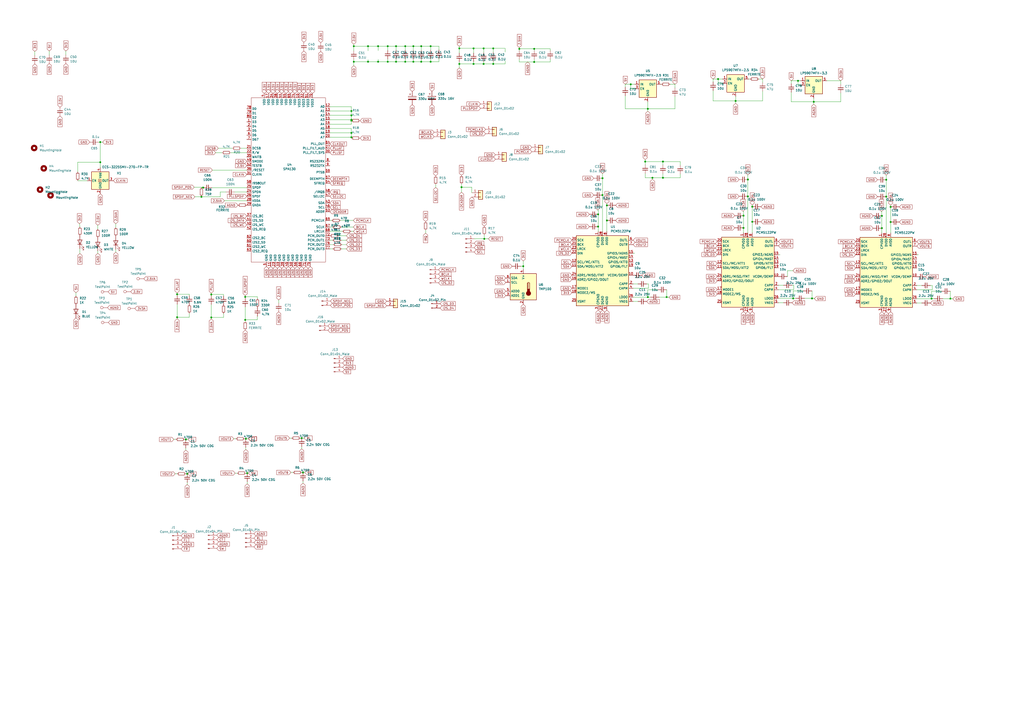
<source format=kicad_sch>
(kicad_sch (version 20230121) (generator eeschema)
  (paper "A2")
  (junction (at 116.84 114.173))
  (junction (at 386.715 172.339))
  (junction (at 175.768 274.066))
  (junction (at 352.044 119.126))
  (junction (at 274.701 28.067))
  (junction (at 235.077 35.814))
  (junction (at 352.044 127.889))
  (junction (at 511.556 125.222))
  (junction (at 224.917 26.797))
  (junction (at 107.823 254.889))
  (junction (at 431.292 125.095))
  (junction (at 239.776 26.797))
  (junction (at 142.24 185.547))
  (junction (at 122.555 170.815))
  (junction (at 267.716 108.585))
  (junction (at 229.743 26.797))
  (junction (at 374.269 93.726))
  (junction (at 235.077 26.797))
  (junction (at 205.232 26.797))
  (junction (at 303.53 154.432))
  (junction (at 460.121 173.101))
  (junction (at 266.446 28.067))
  (junction (at 301.244 28.321))
  (junction (at 203.835 77.089))
  (junction (at 102.743 170.688))
  (junction (at 431.292 132.207))
  (junction (at 433.832 104.14))
  (junction (at 213.487 35.814))
  (junction (at 266.446 37.084))
  (junction (at 286.131 37.084))
  (junction (at 244.348 35.814))
  (junction (at 349.504 103.378))
  (junction (at 142.621 254.508))
  (junction (at 122.555 184.15))
  (junction (at 274.701 37.084))
  (junction (at 205.232 35.814))
  (junction (at 375.793 63.119))
  (junction (at 286.131 28.067))
  (junction (at 203.835 79.629))
  (junction (at 309.88 28.321))
  (junction (at 516.636 128.778))
  (junction (at 219.329 26.797))
  (junction (at 58.166 82.423))
  (junction (at 224.917 35.814))
  (junction (at 244.348 26.797))
  (junction (at 175.006 254.127))
  (junction (at 540.385 173.228))
  (junction (at 511.556 132.334))
  (junction (at 249.809 35.814))
  (junction (at 471.043 173.101))
  (junction (at 346.964 124.333))
  (junction (at 514.096 114.046))
  (junction (at 280.543 28.067))
  (junction (at 203.835 64.389))
  (junction (at 280.924 138.557))
  (junction (at 384.556 103.124))
  (junction (at 433.832 113.919))
  (junction (at 143.383 274.447))
  (junction (at 108.585 274.828))
  (junction (at 349.504 113.157))
  (junction (at 551.307 173.228))
  (junction (at 102.743 184.023))
  (junction (at 58.166 94.107))
  (junction (at 346.964 131.445))
  (junction (at 280.543 37.084))
  (junction (at 229.743 35.814))
  (junction (at 516.636 120.015))
  (junction (at 436.372 128.651))
  (junction (at 436.372 119.888))
  (junction (at 426.72 58.547))
  (junction (at 514.096 104.267))
  (junction (at 416.56 45.847))
  (junction (at 203.835 69.469))
  (junction (at 203.835 66.929))
  (junction (at 117.856 108.839))
  (junction (at 378.46 103.124))
  (junction (at 203.835 69.977))
  (junction (at 309.88 35.941))
  (junction (at 472.059 59.055))
  (junction (at 213.487 26.797))
  (junction (at 365.887 48.895))
  (junction (at 142.24 172.212))
  (junction (at 462.915 46.863))
  (junction (at 384.556 93.726))
  (junction (at 219.329 35.814))
  (junction (at 239.776 35.814))
  (junction (at 375.793 172.339))
  (junction (at 249.809 26.797))
  (wire (pts (xy 144.145 254.508) (xy 142.621 254.508)))
  (wire (pts (xy 235.077 35.814) (xy 239.776 35.814)))
  (wire (pts (xy 142.24 185.547) (xy 142.24 186.436)))
  (wire (pts (xy 122.555 170.815) (xy 122.555 171.577)))
  (wire (pts (xy 511.302 122.682) (xy 511.556 122.682)))
  (wire (pts (xy 20.193 32.004) (xy 20.193 29.845)))
  (wire (pts (xy 205.232 26.797) (xy 205.232 29.464)))
  (wire (pts (xy 203.835 79.629) (xy 203.835 80.137)))
  (wire (pts (xy 108.966 274.828) (xy 108.585 274.828)))
  (wire (pts (xy 454.406 165.481) (xy 451.612 165.481)))
  (wire (pts (xy 109.855 171.577) (xy 109.855 170.688)))
  (wire (pts (xy 235.077 34.29) (xy 235.077 35.814)))
  (wire (pts (xy 426.72 59.944) (xy 426.72 58.547)))
  (wire (pts (xy 239.776 29.337) (xy 239.776 26.797)))
  (wire (pts (xy 169.926 274.066) (xy 168.783 274.066)))
  (wire (pts (xy 274.701 35.814) (xy 274.701 37.084)))
  (wire (pts (xy 45.085 104.775) (xy 50.546 104.775)))
  (wire (pts (xy 309.88 28.321) (xy 301.244 28.321)))
  (wire (pts (xy 352.044 119.126) (xy 352.044 127.889)))
  (wire (pts (xy 286.131 28.067) (xy 280.543 28.067)))
  (wire (pts (xy 456.819 156.972) (xy 456.819 160.401)))
  (wire (pts (xy 378.46 104.013) (xy 378.46 103.124)))
  (wire (pts (xy 143.383 280.67) (xy 143.383 279.527)))
  (wire (pts (xy 511.556 132.334) (xy 511.556 135.128)))
  (wire (pts (xy 46.101 129.794) (xy 46.355 131.572)))
  (wire (pts (xy 149.352 183.515) (xy 149.225 185.547)))
  (wire (pts (xy 286.131 37.084) (xy 280.543 37.084)))
  (wire (pts (xy 191.389 66.929) (xy 203.835 66.929)))
  (wire (pts (xy 487.68 53.975) (xy 487.68 59.055)))
  (wire (pts (xy 540.385 173.228) (xy 531.876 173.228)))
  (wire (pts (xy 552.577 173.228) (xy 551.307 173.228)))
  (wire (pts (xy 374.269 93.726) (xy 374.269 95.631)))
  (wire (pts (xy 346.964 131.445) (xy 346.964 134.239)))
  (wire (pts (xy 391.541 56.007) (xy 391.541 63.119)))
  (wire (pts (xy 246.888 133.604) (xy 246.888 135.255)))
  (wire (pts (xy 122.555 176.657) (xy 122.555 184.15)))
  (wire (pts (xy 149.352 172.212) (xy 142.24 172.212)))
  (wire (pts (xy 309.88 29.337) (xy 309.88 28.321)))
  (wire (pts (xy 309.88 34.417) (xy 309.88 35.941)))
  (wire (pts (xy 384.556 93.726) (xy 374.269 93.726)))
  (wire (pts (xy 516.636 118.999) (xy 516.636 120.015)))
  (wire (pts (xy 192.913 131.699) (xy 191.389 131.699)))
  (wire (pts (xy 203.835 61.849) (xy 191.389 61.849)))
  (wire (pts (xy 142.24 178.054) (xy 142.24 185.547)))
  (wire (pts (xy 254.635 26.797) (xy 254.635 28.956)))
  (wire (pts (xy 388.747 48.895) (xy 391.541 48.895)))
  (wire (pts (xy 413.639 45.847) (xy 416.56 45.847)))
  (wire (pts (xy 58.166 82.423) (xy 57.15 82.423)))
  (wire (pts (xy 102.743 170.688) (xy 102.743 171.45)))
  (wire (pts (xy 200.914 141.859) (xy 198.374 141.859)))
  (wire (pts (xy 107.823 254.889) (xy 107.061 254.889)))
  (wire (pts (xy 540.766 168.148) (xy 531.876 168.148)))
  (wire (pts (xy 191.389 79.629) (xy 203.835 79.629)))
  (wire (pts (xy 133.858 88.519) (xy 143.129 88.519)))
  (wire (pts (xy 213.487 35.814) (xy 205.232 35.814)))
  (wire (pts (xy 109.093 254.889) (xy 107.823 254.889)))
  (wire (pts (xy 142.621 260.731) (xy 142.621 259.588)))
  (wire (pts (xy 472.313 173.228) (xy 472.313 173.101)))
  (wire (pts (xy 204.978 127.889) (xy 197.485 127.889)))
  (wire (pts (xy 149.352 173.228) (xy 149.352 172.212)))
  (wire (pts (xy 192.913 139.319) (xy 191.389 139.319)))
  (wire (pts (xy 244.348 34.417) (xy 244.348 35.814)))
  (wire (pts (xy 122.936 108.839) (xy 143.129 108.839)))
  (wire (pts (xy 122.555 170.053) (xy 122.555 170.815)))
  (wire (pts (xy 292.989 37.084) (xy 286.131 37.084)))
  (wire (pts (xy 454.406 175.641) (xy 451.612 175.641)))
  (wire (pts (xy 416.56 48.387) (xy 416.56 45.847)))
  (wire (pts (xy 375.793 59.055) (xy 375.793 63.119)))
  (wire (pts (xy 224.917 26.797) (xy 229.743 26.797)))
  (wire (pts (xy 130.175 116.459) (xy 143.129 116.459)))
  (wire (pts (xy 224.917 34.29) (xy 224.917 35.814)))
  (wire (pts (xy 292.989 28.067) (xy 292.989 30.226)))
  (wire (pts (xy 370.078 164.719) (xy 367.284 164.719)))
  (wire (pts (xy 365.887 51.435) (xy 365.887 48.895)))
  (wire (pts (xy 514.096 114.046) (xy 514.096 135.128)))
  (wire (pts (xy 375.793 64.516) (xy 375.793 63.119)))
  (wire (pts (xy 460.121 168.783) (xy 465.963 168.783)))
  (wire (pts (xy 126.619 85.979) (xy 134.747 85.979)))
  (wire (pts (xy 539.75 165.608) (xy 540.766 165.608)))
  (wire (pts (xy 394.589 103.124) (xy 384.556 103.124)))
  (wire (pts (xy 123.19 98.679) (xy 143.129 98.679)))
  (wire (pts (xy 487.68 46.863) (xy 487.68 48.895)))
  (wire (pts (xy 191.389 74.549) (xy 203.835 74.549)))
  (wire (pts (xy 200.914 139.319) (xy 197.993 139.319)))
  (wire (pts (xy 362.712 48.895) (xy 365.887 48.895)))
  (wire (pts (xy 413.639 52.578) (xy 413.639 58.547)))
  (wire (pts (xy 368.173 51.435) (xy 365.887 51.435)))
  (wire (pts (xy 301.244 28.321) (xy 301.244 29.337)))
  (wire (pts (xy 319.151 35.941) (xy 319.151 34.417)))
  (wire (pts (xy 254.635 26.797) (xy 249.809 26.797)))
  (wire (pts (xy 144.145 274.447) (xy 143.383 274.447)))
  (wire (pts (xy 139.827 85.979) (xy 143.129 85.979)))
  (wire (pts (xy 175.006 260.35) (xy 175.006 259.207)))
  (wire (pts (xy 384.556 103.124) (xy 378.46 103.124)))
  (wire (pts (xy 122.555 184.15) (xy 129.667 184.15)))
  (wire (pts (xy 352.044 118.11) (xy 352.044 119.126)))
  (wire (pts (xy 266.446 28.067) (xy 266.446 30.734)))
  (wire (pts (xy 273.685 108.585) (xy 267.716 108.585)))
  (wire (pts (xy 391.541 48.895) (xy 391.541 50.927)))
  (wire (pts (xy 387.985 172.466) (xy 387.985 172.339)))
  (wire (pts (xy 514.096 101.6) (xy 514.096 104.267)))
  (wire (pts (xy 433.832 113.919) (xy 433.832 135.001)))
  (wire (pts (xy 28.575 31.75) (xy 28.575 29.591)))
  (wire (pts (xy 229.743 34.29) (xy 229.743 35.814)))
  (wire (pts (xy 129.667 170.815) (xy 122.555 170.815)))
  (wire (pts (xy 461.645 173.101) (xy 460.121 173.101)))
  (wire (pts (xy 129.667 181.864) (xy 129.667 184.15)))
  (wire (pts (xy 362.712 50.546) (xy 362.712 48.895)))
  (wire (pts (xy 129.667 171.704) (xy 129.667 170.815)))
  (wire (pts (xy 59.563 82.423) (xy 58.166 82.423)))
  (wire (pts (xy 303.53 154.432) (xy 303.53 156.21)))
  (wire (pts (xy 471.043 168.783) (xy 471.043 173.101)))
  (wire (pts (xy 204.978 134.239) (xy 203.708 134.239)))
  (wire (pts (xy 122.555 184.15) (xy 122.555 185.039)))
  (wire (pts (xy 101.981 254.889) (xy 100.838 254.889)))
  (wire (pts (xy 249.809 34.163) (xy 249.809 35.814)))
  (wire (pts (xy 280.543 30.607) (xy 280.543 28.067)))
  (wire (pts (xy 301.244 27.559) (xy 301.244 28.321)))
  (wire (pts (xy 266.446 28.067) (xy 274.701 28.067)))
  (wire (pts (xy 292.989 35.306) (xy 292.989 37.084)))
  (wire (pts (xy 458.978 59.055) (xy 472.059 59.055)))
  (wire (pts (xy 200.914 144.399) (xy 198.12 144.399)))
  (wire (pts (xy 431.292 125.095) (xy 431.292 132.207)))
  (wire (pts (xy 229.743 26.797) (xy 235.077 26.797)))
  (wire (pts (xy 45.085 94.107) (xy 58.166 94.107)))
  (wire (pts (xy 143.383 274.447) (xy 142.621 274.447)))
  (wire (pts (xy 203.835 69.469) (xy 203.835 69.977)))
  (wire (pts (xy 38.227 31.75) (xy 38.227 29.591)))
  (wire (pts (xy 203.835 61.849) (xy 203.835 64.389)))
  (wire (pts (xy 102.743 274.828) (xy 101.6 274.828)))
  (wire (pts (xy 552.577 173.355) (xy 552.577 173.228)))
  (wire (pts (xy 193.294 141.859) (xy 191.389 141.859)))
  (wire (pts (xy 460.502 168.021) (xy 451.612 168.021)))
  (wire (pts (xy 56.769 130.683) (xy 56.769 132.842)))
  (wire (pts (xy 267.716 106.807) (xy 267.716 108.585)))
  (wire (pts (xy 107.823 261.112) (xy 107.823 259.969)))
  (wire (pts (xy 280.543 37.084) (xy 274.701 37.084)))
  (wire (pts (xy 191.389 77.089) (xy 203.835 77.089)))
  (wire (pts (xy 462.915 46.863) (xy 464.439 46.863)))
  (wire (pts (xy 267.716 108.585) (xy 267.716 111.506)))
  (wire (pts (xy 460.121 168.783) (xy 460.121 173.101)))
  (wire (pts (xy 274.701 30.734) (xy 274.701 28.067)))
  (wire (pts (xy 142.24 185.547) (xy 149.225 185.547)))
  (wire (pts (xy 374.269 92.583) (xy 374.269 93.726)))
  (wire (pts (xy 176.784 274.066) (xy 175.768 274.066)))
  (wire (pts (xy 175.768 274.066) (xy 175.006 274.066)))
  (wire (pts (xy 377.317 172.339) (xy 375.793 172.339)))
  (wire (pts (xy 274.701 37.084) (xy 266.446 37.084)))
  (wire (pts (xy 203.835 74.549) (xy 203.835 77.089)))
  (wire (pts (xy 472.059 60.452) (xy 472.059 59.055)))
  (wire (pts (xy 442.341 52.959) (xy 442.341 58.547)))
  (wire (pts (xy 419.1 48.387) (xy 416.56 48.387)))
  (wire (pts (xy 108.585 274.828) (xy 107.823 274.828)))
  (wire (pts (xy 203.835 77.089) (xy 203.835 79.629)))
  (wire (pts (xy 301.244 34.417) (xy 301.244 35.941)))
  (wire (pts (xy 541.909 173.228) (xy 540.385 173.228)))
  (wire (pts (xy 203.835 66.929) (xy 203.835 69.469)))
  (wire (pts (xy 109.855 181.737) (xy 109.855 184.023)))
  (wire (pts (xy 442.341 45.847) (xy 442.341 47.879)))
  (wire (pts (xy 376.174 164.719) (xy 376.174 167.259)))
  (wire (pts (xy 191.389 64.389) (xy 203.835 64.389)))
  (wire (pts (xy 384.556 95.758) (xy 384.556 93.726)))
  (wire (pts (xy 125.095 88.519) (xy 128.778 88.519)))
  (wire (pts (xy 273.685 111.76) (xy 273.685 108.585)))
  (wire (pts (xy 116.84 108.839) (xy 117.856 108.839)))
  (wire (pts (xy 142.24 171.45) (xy 142.24 172.212)))
  (wire (pts (xy 175.768 280.289) (xy 175.768 279.146)))
  (wire (pts (xy 142.24 172.212) (xy 142.24 172.974)))
  (wire (pts (xy 280.924 136.271) (xy 280.924 138.557)))
  (wire (pts (xy 200.914 136.779) (xy 196.469 136.779)))
  (wire (pts (xy 479.679 46.863) (xy 487.68 46.863)))
  (wire (pts (xy 516.636 128.778) (xy 516.636 135.128)))
  (wire (pts (xy 431.038 122.555) (xy 431.292 122.555)))
  (wire (pts (xy 127.762 111.379) (xy 127.762 114.173)))
  (wire (pts (xy 286.131 30.48) (xy 286.131 28.067)))
  (wire (pts (xy 229.743 29.21) (xy 229.743 26.797)))
  (wire (pts (xy 67.183 146.304) (xy 67.183 144.653)))
  (wire (pts (xy 540.766 165.608) (xy 540.766 168.148)))
  (wire (pts (xy 102.743 184.023) (xy 102.743 184.912)))
  (wire (pts (xy 136.779 254.508) (xy 135.636 254.508)))
  (wire (pts (xy 362.712 63.119) (xy 375.793 63.119)))
  (wire (pts (xy 275.082 138.557) (xy 280.924 138.557)))
  (wire (pts (xy 370.078 174.879) (xy 367.284 174.879)))
  (wire (pts (xy 436.372 128.651) (xy 436.372 135.001)))
  (wire (pts (xy 365.887 48.895) (xy 368.173 48.895)))
  (wire (pts (xy 551.307 173.228) (xy 546.989 173.228)))
  (wire (pts (xy 514.096 104.267) (xy 514.096 114.046)))
  (wire (pts (xy 378.46 103.124) (xy 374.269 103.124)))
  (wire (pts (xy 458.978 48.514) (xy 458.978 46.863)))
  (wire (pts (xy 280.924 138.557) (xy 283.337 138.557)))
  (wire (pts (xy 149.352 178.435) (xy 149.352 178.308)))
  (wire (pts (xy 46.355 147.066) (xy 46.355 144.272)))
  (wire (pts (xy 252.73 107.061) (xy 252.73 108.712)))
  (wire (pts (xy 413.639 47.498) (xy 413.639 45.847)))
  (wire (pts (xy 224.917 35.814) (xy 229.743 35.814)))
  (wire (pts (xy 301.244 35.941) (xy 309.88 35.941)))
  (wire (pts (xy 376.174 167.259) (xy 367.284 167.259)))
  (wire (pts (xy 224.917 26.797) (xy 219.329 26.797)))
  (wire (pts (xy 459.486 165.481) (xy 460.502 165.481)))
  (wire (pts (xy 205.232 35.814) (xy 205.232 34.544)))
  (wire (pts (xy 471.043 173.101) (xy 466.725 173.101)))
  (wire (pts (xy 102.743 184.023) (xy 109.855 184.023)))
  (wire (pts (xy 534.67 165.608) (xy 531.876 165.608)))
  (wire (pts (xy 472.313 173.101) (xy 471.043 173.101)))
  (wire (pts (xy 464.439 49.403) (xy 462.915 49.403)))
  (wire (pts (xy 460.502 165.481) (xy 460.502 168.021)))
  (wire (pts (xy 109.855 170.688) (xy 102.743 170.688)))
  (wire (pts (xy 235.077 29.21) (xy 235.077 26.797)))
  (wire (pts (xy 433.832 104.14) (xy 433.832 113.919)))
  (wire (pts (xy 44.069 169.799) (xy 44.069 171.704)))
  (wire (pts (xy 440.182 45.847) (xy 442.341 45.847)))
  (wire (pts (xy 239.776 35.814) (xy 244.348 35.814)))
  (wire (pts (xy 362.712 55.626) (xy 362.712 63.119)))
  (wire (pts (xy 116.84 114.173) (xy 127.762 114.173)))
  (wire (pts (xy 254.635 34.036) (xy 254.635 35.814)))
  (wire (pts (xy 58.166 94.107) (xy 58.166 97.155)))
  (wire (pts (xy 391.541 63.119) (xy 375.793 63.119)))
  (wire (pts (xy 137.541 274.447) (xy 136.398 274.447)))
  (wire (pts (xy 192.405 127.889) (xy 191.389 127.889)))
  (wire (pts (xy 142.621 254.508) (xy 141.859 254.508)))
  (wire (pts (xy 213.487 26.797) (xy 219.329 26.797)))
  (wire (pts (xy 352.044 127.889) (xy 352.044 134.239)))
  (wire (pts (xy 426.72 56.007) (xy 426.72 58.547)))
  (wire (pts (xy 176.403 254.127) (xy 175.006 254.127)))
  (wire (pts (xy 309.88 35.941) (xy 319.151 35.941)))
  (wire (pts (xy 286.131 28.067) (xy 292.989 28.067)))
  (wire (pts (xy 67.183 129.794) (xy 67.183 131.953)))
  (wire (pts (xy 205.232 25.654) (xy 205.232 26.797)))
  (wire (pts (xy 45.085 99.695) (xy 45.085 94.107)))
  (wire (pts (xy 394.589 93.726) (xy 384.556 93.726)))
  (wire (pts (xy 266.446 37.084) (xy 266.446 35.814)))
  (wire (pts (xy 458.978 46.863) (xy 462.915 46.863)))
  (wire (pts (xy 516.636 120.015) (xy 516.636 128.778)))
  (wire (pts (xy 244.348 26.797) (xy 249.809 26.797)))
  (wire (pts (xy 266.446 39.37) (xy 266.446 37.084)))
  (wire (pts (xy 102.743 169.926) (xy 102.743 170.688)))
  (wire (pts (xy 532.765 147.828) (xy 531.876 147.828)))
  (wire (pts (xy 346.71 121.793) (xy 346.964 121.793)))
  (wire (pts (xy 244.348 35.814) (xy 249.809 35.814)))
  (wire (pts (xy 309.88 28.321) (xy 319.151 28.321)))
  (wire (pts (xy 436.372 119.888) (xy 436.372 128.651)))
  (wire (pts (xy 136.144 111.379) (xy 143.129 111.379)))
  (wire (pts (xy 239.776 26.797) (xy 235.077 26.797)))
  (wire (pts (xy 459.994 156.972) (xy 456.819 156.972)))
  (wire (pts (xy 375.793 168.021) (xy 375.793 172.339)))
  (wire (pts (xy 551.307 168.91) (xy 551.307 173.228)))
  (wire (pts (xy 219.329 35.814) (xy 213.487 35.814)))
  (wire (pts (xy 383.413 48.895) (xy 383.667 48.895)))
  (wire (pts (xy 219.329 34.417) (xy 219.329 35.814)))
  (wire (pts (xy 193.04 144.399) (xy 191.389 144.399)))
  (wire (pts (xy 540.385 168.91) (xy 546.227 168.91)))
  (wire (pts (xy 191.389 69.469) (xy 203.835 69.469)))
  (wire (pts (xy 224.917 29.21) (xy 224.917 26.797)))
  (wire (pts (xy 58.166 82.423) (xy 58.166 94.107)))
  (wire (pts (xy 198.628 134.239) (xy 191.389 134.239)))
  (wire (pts (xy 244.348 29.337) (xy 244.348 26.797)))
  (wire (pts (xy 266.446 26.924) (xy 266.446 28.067)))
  (wire (pts (xy 239.776 26.797) (xy 244.348 26.797)))
  (wire (pts (xy 229.743 35.814) (xy 235.077 35.814)))
  (wire (pts (xy 280.543 35.687) (xy 280.543 37.084)))
  (wire (pts (xy 375.793 168.021) (xy 381.635 168.021)))
  (wire (pts (xy 203.835 64.389) (xy 203.835 66.929)))
  (wire (pts (xy 462.915 49.403) (xy 462.915 46.863)))
  (wire (pts (xy 386.715 172.339) (xy 382.397 172.339)))
  (wire (pts (xy 203.835 72.009) (xy 191.389 72.009)))
  (wire (pts (xy 203.835 69.977) (xy 203.835 72.009)))
  (wire (pts (xy 431.292 132.207) (xy 431.292 135.001)))
  (wire (pts (xy 56.769 146.939) (xy 56.769 145.542)))
  (wire (pts (xy 108.585 281.051) (xy 108.585 279.908)))
  (wire (pts (xy 452.501 147.701) (xy 451.612 147.701)))
  (wire (pts (xy 349.504 100.711) (xy 349.504 103.378)))
  (wire (pts (xy 434.34 45.847) (xy 435.102 45.847)))
  (wire (pts (xy 511.556 125.222) (xy 511.556 132.334)))
  (wire (pts (xy 442.341 58.547) (xy 426.72 58.547)))
  (wire (pts (xy 349.504 103.378) (xy 349.504 113.157)))
  (wire (pts (xy 349.504 113.157) (xy 349.504 134.239)))
  (wire (pts (xy 460.121 173.101) (xy 451.612 173.101)))
  (wire (pts (xy 204.978 131.699) (xy 197.993 131.699)))
  (wire (pts (xy 456.819 160.401) (xy 456.692 160.401)))
  (wire (pts (xy 274.701 28.067) (xy 280.543 28.067)))
  (wire (pts (xy 511.556 122.682) (xy 511.556 125.222)))
  (wire (pts (xy 319.151 28.321) (xy 319.151 29.337)))
  (wire (pts (xy 303.53 151.384) (xy 303.53 154.432)))
  (wire (pts (xy 161.671 175.768) (xy 161.671 173.99)))
  (wire (pts (xy 302.133 154.432) (xy 303.53 154.432)))
  (wire (pts (xy 386.715 168.021) (xy 386.715 172.339)))
  (wire (pts (xy 127.762 111.379) (xy 131.064 111.379)))
  (wire (pts (xy 436.372 118.872) (xy 436.372 119.888)))
  (wire (pts (xy 413.639 58.547) (xy 426.72 58.547)))
  (wire (pts (xy 416.56 45.847) (xy 419.1 45.847)))
  (wire (pts (xy 224.917 35.814) (xy 219.329 35.814)))
  (wire (pts (xy 433.832 101.473) (xy 433.832 104.14)))
  (wire (pts (xy 117.856 108.839) (xy 117.856 108.585)))
  (wire (pts (xy 116.84 114.173) (xy 113.03 114.173)))
  (wire (pts (xy 254.635 35.814) (xy 249.809 35.814)))
  (wire (pts (xy 213.487 29.464) (xy 213.487 26.797)))
  (wire (pts (xy 540.385 168.91) (xy 540.385 173.228)))
  (wire (pts (xy 239.776 34.417) (xy 239.776 35.814)))
  (wire (pts (xy 384.556 100.838) (xy 384.556 103.124)))
  (wire (pts (xy 387.985 172.339) (xy 386.715 172.339)))
  (wire (pts (xy 102.743 176.53) (xy 102.743 184.023)))
  (wire (pts (xy 394.589 95.885) (xy 394.589 93.726)))
  (wire (pts (xy 394.589 100.965) (xy 394.589 103.124)))
  (wire (pts (xy 205.232 26.797) (xy 213.487 26.797)))
  (wire (pts (xy 534.67 175.768) (xy 531.876 175.768)))
  (wire (pts (xy 375.158 164.719) (xy 376.174 164.719)))
  (wire (pts (xy 286.131 35.56) (xy 286.131 37.084)))
  (wire (pts (xy 431.292 122.555) (xy 431.292 125.095)))
  (wire (pts (xy 219.329 29.337) (xy 219.329 26.797)))
  (wire (pts (xy 169.164 254.127) (xy 168.021 254.127)))
  (wire (pts (xy 346.964 124.333) (xy 346.964 131.445)))
  (wire (pts (xy 388.112 172.466) (xy 387.985 172.466)))
  (wire (pts (xy 175.006 254.127) (xy 174.244 254.127)))
  (wire (pts (xy 346.964 121.793) (xy 346.964 124.333)))
  (wire (pts (xy 458.978 53.594) (xy 458.978 59.055)))
  (wire (pts (xy 112.649 108.585) (xy 117.856 108.585)))
  (wire (pts (xy 375.793 172.339) (xy 367.284 172.339)))
  (wire (pts (xy 472.059 57.023) (xy 472.059 59.055)))
  (wire (pts (xy 249.809 26.797) (xy 249.809 29.083)))
  (wire (pts (xy 552.704 173.355) (xy 552.577 173.355)))
  (wire (pts (xy 368.173 146.939) (xy 367.284 146.939)))
  (wire (pts (xy 116.84 113.919) (xy 116.84 114.173)))
  (wire (pts (xy 487.68 59.055) (xy 472.059 59.055)))
  (wire (pts (xy 213.487 34.544) (xy 213.487 35.814)))
  (wire (pts (xy 205.232 38.1) (xy 205.232 35.814)))
  (wire (pts (xy 472.44 173.228) (xy 472.313 173.228)))
  (wire (pts (xy 374.269 103.124) (xy 374.269 100.711)))
  (global_label "GND" (shape input) (at 62.865 187.071 0) (property "Intersheetrefs" "${INTERSHEET_REFS}" (effects hide)))
  (global_label "GND" (shape input) (at 44.069 184.404 270) (property "Intersheetrefs" "${INTERSHEET_REFS}" (effects hide)))
  (global_label "GND" (shape input) (at 496.316 168.148 180) (property "Intersheetrefs" "${INTERSHEET_REFS}" (effects hide)))
  (global_label "2.5VA" (shape input) (at 391.541 48.895 90) (property "Intersheetrefs" "${INTERSHEET_REFS}" (effects hide)))
  (global_label "GND" (shape input) (at 514.096 180.848 270) (property "Intersheetrefs" "${INTERSHEET_REFS}" (effects hide)))
  (global_label "2.5V" (shape input) (at 56.769 130.683 90) (property "Intersheetrefs" "${INTERSHEET_REFS}" (effects hide)))
  (global_label "2.5V" (shape input) (at 160.909 54.229 90) (property "Intersheetrefs" "${INTERSHEET_REFS}" (effects hide)))
  (global_label "PLLAF" (shape input) (at 102.743 169.926 90) (property "Intersheetrefs" "${INTERSHEET_REFS}" (effects hide)))
  (global_label "GND" (shape input) (at 46.355 147.066 270) (property "Intersheetrefs" "${INTERSHEET_REFS}" (effects hide)))
  (global_label "3V3A" (shape input) (at 431.038 122.555 90) (property "Intersheetrefs" "${INTERSHEET_REFS}" (effects hide)))
  (global_label "VOUT1" (shape input) (at 100.838 254.889 180) (property "Intersheetrefs" "${INTERSHEET_REFS}" (effects hide)))
  (global_label "GND" (shape input) (at 472.44 173.228 0) (property "Intersheetrefs" "${INTERSHEET_REFS}" (effects hide)))
  (global_label "I2S_D3" (shape input) (at 200.914 144.399 0) (property "Intersheetrefs" "${INTERSHEET_REFS}" (effects hide)))
  (global_label "SDA" (shape input) (at 496.316 155.448 180) (property "Intersheetrefs" "${INTERSHEET_REFS}" (effects hide)))
  (global_label "2.5V" (shape input) (at 205.232 25.654 90) (property "Intersheetrefs" "${INTERSHEET_REFS}" (effects hide)))
  (global_label "GND" (shape input) (at 167.259 154.559 270) (property "Intersheetrefs" "${INTERSHEET_REFS}" (effects hide)))
  (global_label "AGND" (shape input) (at 539.75 175.768 0) (property "Intersheetrefs" "${INTERSHEET_REFS}" (effects hide)))
  (global_label "AGND" (shape input) (at 357.124 119.126 0) (property "Intersheetrefs" "${INTERSHEET_REFS}" (effects hide)))
  (global_label "GND" (shape input) (at 58.166 112.395 270) (property "Intersheetrefs" "${INTERSHEET_REFS}" (effects hide)))
  (global_label "VOUT6" (shape input) (at 531.876 142.748 0) (property "Intersheetrefs" "${INTERSHEET_REFS}" (effects hide)))
  (global_label "GND" (shape input) (at 344.424 113.157 180) (property "Intersheetrefs" "${INTERSHEET_REFS}" (effects hide)))
  (global_label "AGND" (shape input) (at 161.671 180.848 270) (property "Intersheetrefs" "${INTERSHEET_REFS}" (effects hide)))
  (global_label "2.5V" (shape input) (at 165.989 54.229 90) (property "Intersheetrefs" "${INTERSHEET_REFS}" (effects hide)))
  (global_label "3V3" (shape input) (at 181.229 54.229 90) (property "Intersheetrefs" "${INTERSHEET_REFS}" (effects hide)))
  (global_label "BCLK3" (shape input) (at 251.841 76.708 180) (property "Intersheetrefs" "${INTERSHEET_REFS}" (effects hide)))
  (global_label "3V3" (shape input) (at 266.446 26.924 90) (property "Intersheetrefs" "${INTERSHEET_REFS}" (effects hide)))
  (global_label "GND" (shape input) (at 250.571 60.579 270) (property "Intersheetrefs" "${INTERSHEET_REFS}" (effects hide)))
  (global_label "3V3" (shape input) (at 208.915 80.137 0) (property "Intersheetrefs" "${INTERSHEET_REFS}" (effects hide)))
  (global_label "GND" (shape input) (at 428.752 113.919 180) (property "Intersheetrefs" "${INTERSHEET_REFS}" (effects hide)))
  (global_label "3V3" (shape input) (at 239.141 53.086 90) (property "Intersheetrefs" "${INTERSHEET_REFS}" (effects hide)))
  (global_label "GND" (shape input) (at 143.129 93.599 180) (property "Intersheetrefs" "${INTERSHEET_REFS}" (effects hide)))
  (global_label "PCMCLK" (shape input) (at 254.381 156.464 0) (property "Intersheetrefs" "${INTERSHEET_REFS}" (effects hide)))
  (global_label "AGND" (shape input) (at 306.07 35.941 270) (property "Intersheetrefs" "${INTERSHEET_REFS}" (effects hide)))
  (global_label "SELI2C" (shape input) (at 191.389 113.919 0) (property "Intersheetrefs" "${INTERSHEET_REFS}" (effects hide)))
  (global_label "3V3" (shape input) (at 176.149 54.229 90) (property "Intersheetrefs" "${INTERSHEET_REFS}" (effects hide)))
  (global_label "I2S_D2" (shape input) (at 200.914 141.859 0) (property "Intersheetrefs" "${INTERSHEET_REFS}" (effects hide)))
  (global_label "I2S_D4" (shape input) (at 200.914 136.779 0) (property "Intersheetrefs" "${INTERSHEET_REFS}" (effects hide)))
  (global_label "CLKIN" (shape input) (at 65.786 104.775 0) (property "Intersheetrefs" "${INTERSHEET_REFS}" (effects hide)))
  (global_label "AGND" (shape input) (at 536.956 160.528 0) (property "Intersheetrefs" "${INTERSHEET_REFS}" (effects hide)))
  (global_label "AGND" (shape input) (at 125.73 315.595 0) (property "Intersheetrefs" "${INTERSHEET_REFS}" (effects hide)))
  (global_label "GND" (shape input) (at 388.112 172.466 0) (property "Intersheetrefs" "${INTERSHEET_REFS}" (effects hide)))
  (global_label "5V" (shape input) (at 62.738 169.291 0) (property "Intersheetrefs" "${INTERSHEET_REFS}" (effects hide)))
  (global_label "I2CADDR" (shape input) (at 267.716 111.506 270) (property "Intersheetrefs" "${INTERSHEET_REFS}" (effects hide)))
  (global_label "SPDIF_NEG" (shape input) (at 113.03 114.173 180) (property "Intersheetrefs" "${INTERSHEET_REFS}" (effects hide)))
  (global_label "3V3" (shape input) (at 198.755 210.566 0) (property "Intersheetrefs" "${INTERSHEET_REFS}" (effects hide)))
  (global_label "CLKIN" (shape input) (at 143.129 101.219 180) (property "Intersheetrefs" "${INTERSHEET_REFS}" (effects hide)))
  (global_label "3V3" (shape input) (at 303.53 151.384 90) (property "Intersheetrefs" "${INTERSHEET_REFS}" (effects hide)))
  (global_label "VOUT5" (shape input) (at 531.876 140.208 0) (property "Intersheetrefs" "${INTERSHEET_REFS}" (effects hide)))
  (global_label "SELI2C" (shape input) (at 252.73 108.712 270) (property "Intersheetrefs" "${INTERSHEET_REFS}" (effects hide)))
  (global_label "GND" (shape input) (at 162.179 154.559 270) (property "Intersheetrefs" "${INTERSHEET_REFS}" (effects hide)))
  (global_label "3V3" (shape input) (at 38.227 29.591 90) (property "Intersheetrefs" "${INTERSHEET_REFS}" (effects hide)))
  (global_label "3V3A" (shape input) (at 346.71 121.793 90) (property "Intersheetrefs" "${INTERSHEET_REFS}" (effects hide)))
  (global_label "SW" (shape input) (at 125.73 318.135 0) (property "Intersheetrefs" "${INTERSHEET_REFS}" (effects hide)))
  (global_label "FR" (shape input) (at 108.966 274.828 0) (property "Intersheetrefs" "${INTERSHEET_REFS}" (effects hide)))
  (global_label "3V3A" (shape input) (at 352.044 118.11 90) (property "Intersheetrefs" "${INTERSHEET_REFS}" (effects hide)))
  (global_label "GND" (shape input) (at 416.052 160.401 180) (property "Intersheetrefs" "${INTERSHEET_REFS}" (effects hide)))
  (global_label "AGND" (shape input) (at 441.452 119.888 0) (property "Intersheetrefs" "${INTERSHEET_REFS}" (effects hide)))
  (global_label "VOUT5" (shape input) (at 168.021 254.127 180) (property "Intersheetrefs" "${INTERSHEET_REFS}" (effects hide)))
  (global_label "2.5V" (shape input) (at 143.129 96.139 180) (property "Intersheetrefs" "${INTERSHEET_REFS}" (effects hide)))
  (global_label "GND" (shape input) (at 293.37 168.91 180) (property "Intersheetrefs" "${INTERSHEET_REFS}" (effects hide)))
  (global_label "PLLSPDIF" (shape input) (at 278.765 62.865 180) (property "Intersheetrefs" "${INTERSHEET_REFS}" (effects hide)))
  (global_label "5V" (shape input) (at 44.069 169.799 90) (property "Intersheetrefs" "${INTERSHEET_REFS}" (effects hide)))
  (global_label "WCLK" (shape input) (at 204.978 134.239 0) (property "Intersheetrefs" "${INTERSHEET_REFS}" (effects hide)))
  (global_label "AGND" (shape input) (at 375.158 174.879 0) (property "Intersheetrefs" "${INTERSHEET_REFS}" (effects hide)))
  (global_label "GND" (shape input) (at 157.099 154.559 270) (property "Intersheetrefs" "${INTERSHEET_REFS}" (effects hide)))
  (global_label "GND" (shape input) (at 552.704 173.355 0) (property "Intersheetrefs" "${INTERSHEET_REFS}" (effects hide)))
  (global_label "2.5V" (shape input) (at 163.449 54.229 90) (property "Intersheetrefs" "${INTERSHEET_REFS}" (effects hide)))
  (global_label "GND" (shape input) (at 331.724 159.639 180) (property "Intersheetrefs" "${INTERSHEET_REFS}" (effects hide)))
  (global_label "GND" (shape input) (at 344.424 103.378 180) (property "Intersheetrefs" "${INTERSHEET_REFS}" (effects hide)))
  (global_label "3V3" (shape input) (at 293.37 171.45 180) (property "Intersheetrefs" "${INTERSHEET_REFS}" (effects hide)))
  (global_label "GND" (shape input) (at 154.559 154.559 270) (property "Intersheetrefs" "${INTERSHEET_REFS}" (effects hide)))
  (global_label "CLKOUT" (shape input) (at 191.389 83.439 0) (property "Intersheetrefs" "${INTERSHEET_REFS}" (effects hide)))
  (global_label "AGND" (shape input) (at 142.24 191.516 270) (property "Intersheetrefs" "${INTERSHEET_REFS}" (effects hide)))
  (global_label "SCL" (shape input) (at 275.082 146.177 0) (property "Intersheetrefs" "${INTERSHEET_REFS}" (effects hide)))
  (global_label "AGND" (shape input) (at 175.006 260.35 270) (property "Intersheetrefs" "${INTERSHEET_REFS}" (effects hide)))
  (global_label "GND" (shape input) (at 280.924 131.191 90) (property "Intersheetrefs" "${INTERSHEET_REFS}" (effects hide)))
  (global_label "SDA" (shape input) (at 416.052 155.321 180) (property "Intersheetrefs" "${INTERSHEET_REFS}" (effects hide)))
  (global_label "GND" (shape input) (at 273.685 114.3 270) (property "Intersheetrefs" "${INTERSHEET_REFS}" (effects hide)))
  (global_label "AGND" (shape input) (at 426.212 132.207 180) (property "Intersheetrefs" "${INTERSHEET_REFS}" (effects hide)))
  (global_label "2.5V" (shape input) (at 158.369 54.229 90) (property "Intersheetrefs" "${INTERSHEET_REFS}" (effects hide)))
  (global_label "AGND" (shape input) (at 426.212 125.095 180) (property "Intersheetrefs" "${INTERSHEET_REFS}" (effects hide)))
  (global_label "AGND" (shape input) (at 441.452 128.651 0) (property "Intersheetrefs" "${INTERSHEET_REFS}" (effects hide)))
  (global_label "PCMCLK" (shape input) (at 308.483 88.011 180) (property "Intersheetrefs" "${INTERSHEET_REFS}" (effects hide)))
  (global_label "3V3A" (shape input) (at 487.68 46.863 90) (property "Intersheetrefs" "${INTERSHEET_REFS}" (effects hide)))
  (global_label "3V3A" (shape input) (at 516.636 118.999 90) (property "Intersheetrefs" "${INTERSHEET_REFS}" (effects hide)))
  (global_label "5V" (shape input) (at 250.571 52.959 90) (property "Intersheetrefs" "${INTERSHEET_REFS}" (effects hide)))
  (global_label "SCL" (shape input) (at 191.389 120.269 0) (property "Intersheetrefs" "${INTERSHEET_REFS}" (effects hide)))
  (global_label "3V3A" (shape input) (at 78.232 178.943 0) (property "Intersheetrefs" "${INTERSHEET_REFS}" (effects hide)))
  (global_label "GND" (shape input) (at 198.755 208.026 0) (property "Intersheetrefs" "${INTERSHEET_REFS}" (effects hide)))
  (global_label "2.5V" (shape input) (at 153.289 54.229 90) (property "Intersheetrefs" "${INTERSHEET_REFS}" (effects hide)))
  (global_label "SDA" (shape input) (at 275.082 143.637 0) (property "Intersheetrefs" "${INTERSHEET_REFS}" (effects hide)))
  (global_label "AGND" (shape input) (at 105.029 315.849 0) (property "Intersheetrefs" "${INTERSHEET_REFS}" (effects hide)))
  (global_label "SCL" (shape input) (at 293.37 163.83 180) (property "Intersheetrefs" "${INTERSHEET_REFS}" (effects hide)))
  (global_label "AGND" (shape input) (at 142.621 260.731 270) (property "Intersheetrefs" "${INTERSHEET_REFS}" (effects hide)))
  (global_label "PLLSPDIF" (shape input) (at 143.129 113.919 180) (property "Intersheetrefs" "${INTERSHEET_REFS}" (effects hide)))
  (global_label "DEEMPTH" (shape input) (at 191.389 103.759 0) (property "Intersheetrefs" "${INTERSHEET_REFS}" (effects hide)))
  (global_label "I2S_D2" (shape input) (at 254.381 164.084 0) (property "Intersheetrefs" "${INTERSHEET_REFS}" (effects hide)))
  (global_label "GND" (shape input) (at 186.055 29.845 270) (property "Intersheetrefs" "${INTERSHEET_REFS}" (effects hide)))
  (global_label "GND" (shape input) (at 174.879 154.559 270) (property "Intersheetrefs" "${INTERSHEET_REFS}" (effects hide)))
  (global_label "SDA" (shape input) (at 293.37 161.29 180) (property "Intersheetrefs" "${INTERSHEET_REFS}" (effects hide)))
  (global_label "2.5VA" (shape input) (at 301.244 27.559 90) (property "Intersheetrefs" "${INTERSHEET_REFS}" (effects hide)))
  (global_label "2.5VA" (shape input) (at 83.439 161.671 0) (property "Intersheetrefs" "${INTERSHEET_REFS}" (effects hide)))
  (global_label "GND" (shape input) (at 224.282 174.752 180) (property "Intersheetrefs" "${INTERSHEET_REFS}" (effects hide)))
  (global_label "VOUT1" (shape input) (at 367.284 139.319 0) (property "Intersheetrefs" "${INTERSHEET_REFS}" (effects hide)))
  (global_label "GND" (shape input) (at 287.401 89.789 180) (property "Intersheetrefs" "${INTERSHEET_REFS}" (effects hide)))
  (global_label "2.5V" (shape input) (at 171.069 54.229 90) (property "Intersheetrefs" "${INTERSHEET_REFS}" (effects hide)))
  (global_label "5V" (shape input) (at 362.712 48.895 90) (property "Intersheetrefs" "${INTERSHEET_REFS}" (effects hide)))
  (global_label "AGND" (shape input) (at 62.357 178.435 0) (property "Intersheetrefs" "${INTERSHEET_REFS}" (effects hide)))
  (global_label "GND" (shape input) (at 28.575 36.83 270) (property "Intersheetrefs" "${INTERSHEET_REFS}" (effects hide)))
  (global_label "3V3" (shape input) (at 514.096 101.6 90) (property "Intersheetrefs" "${INTERSHEET_REFS}" (effects hide)))
  (global_label "2.5VA" (shape input) (at 67.183 129.794 90) (property "Intersheetrefs" "${INTERSHEET_REFS}" (effects hide)))
  (global_label "AGND" (shape input) (at 198.755 213.106 0) (property "Intersheetrefs" "${INTERSHEET_REFS}" (effects hide)))
  (global_label "5V" (shape input) (at 28.575 29.591 90) (property "Intersheetrefs" "${INTERSHEET_REFS}" (effects hide)))
  (global_label "PLLAF" (shape input) (at 191.389 85.979 0) (property "Intersheetrefs" "${INTERSHEET_REFS}" (effects hide)))
  (global_label "2.5V" (shape input) (at 34.798 62.23 90) (property "Intersheetrefs" "${INTERSHEET_REFS}" (effects hide)))
  (global_label "SCL" (shape input) (at 331.724 152.019 180) (property "Intersheetrefs" "${INTERSHEET_REFS}" (effects hide)))
  (global_label "RL" (shape input) (at 147.32 312.166 0) (property "Intersheetrefs" "${INTERSHEET_REFS}" (effects hide)))
  (global_label "GND" (shape input) (at 416.052 168.021 180) (property "Intersheetrefs" "${INTERSHEET_REFS}" (effects hide)))
  (global_label "CT" (shape input) (at 144.145 254.508 0) (property "Intersheetrefs" "${INTERSHEET_REFS}" (effects hide)))
  (global_label "GND" (shape input) (at 378.46 104.013 270) (property "Intersheetrefs" "${INTERSHEET_REFS}" (effects hide)))
  (global_label "AGND" (shape input) (at 372.364 159.639 0) (property "Intersheetrefs" "${INTERSHEET_REFS}" (effects hide)))
  (global_label "3V3" (shape input) (at 176.276 24.511 90) (property "Intersheetrefs" "${INTERSHEET_REFS}" (effects hide)))
  (global_label "GND" (shape input) (at 34.798 67.31 270) (property "Intersheetrefs" "${INTERSHEET_REFS}" (effects hide)))
  (global_label "I2S_DATA" (shape input) (at 143.129 127.889 180) (property "Intersheetrefs" "${INTERSHEET_REFS}" (effects hide)))
  (global_label "GND" (shape input) (at 205.232 38.1 270) (property "Intersheetrefs" "${INTERSHEET_REFS}" (effects hide)))
  (global_label "AGND" (shape input) (at 506.476 132.334 180) (property "Intersheetrefs" "${INTERSHEET_REFS}" (effects hide)))
  (global_label "RR" (shape input) (at 147.32 317.246 0) (property "Intersheetrefs" "${INTERSHEET_REFS}" (effects hide)))
  (global_label "AGND" (shape input) (at 175.768 280.289 270) (property "Intersheetrefs" "${INTERSHEET_REFS}" (effects hide)))
  (global_label "AGND" (shape input) (at 125.73 310.515 0) (property "Intersheetrefs" "${INTERSHEET_REFS}" (effects hide)))
  (global_label "VOUT4" (shape input) (at 451.612 142.621 0) (property "Intersheetrefs" "${INTERSHEET_REFS}" (effects hide)))
  (global_label "AGND" (shape input) (at 375.793 64.516 270) (property "Intersheetrefs" "${INTERSHEET_REFS}" (effects hide)))
  (global_label "GND" (shape input) (at 56.769 146.939 270) (property "Intersheetrefs" "${INTERSHEET_REFS}" (effects hide)))
  (global_label "5V" (shape input) (at 198.755 215.646 0) (property "Intersheetrefs" "${INTERSHEET_REFS}" (effects hide)))
  (global_label "3V3" (shape input) (at 433.832 101.473 90) (property "Intersheetrefs" "${INTERSHEET_REFS}" (effects hide)))
  (global_label "PCMCLK" (shape input) (at 204.978 127.889 0) (property "Intersheetrefs" "${INTERSHEET_REFS}" (effects hide)))
  (global_label "VOUT3" (shape input) (at 135.636 254.508 180) (property "Intersheetrefs" "${INTERSHEET_REFS}" (effects hide)))
  (global_label "AGND" (shape input) (at 436.372 180.721 270) (property "Intersheetrefs" "${INTERSHEET_REFS}" (effects hide)))
  (global_label "SDA" (shape input) (at 191.389 117.729 0) (property "Intersheetrefs" "${INTERSHEET_REFS}" (effects hide)))
  (global_label "IRQ" (shape input) (at 275.082 141.097 0) (property "Intersheetrefs" "${INTERSHEET_REFS}" (effects hide)))
  (global_label "SDA" (shape input) (at 331.724 154.559 180) (property "Intersheetrefs" "${INTERSHEET_REFS}" (effects hide)))
  (global_label "AGND" (shape input) (at 108.585 281.051 270) (property "Intersheetrefs" "${INTERSHEET_REFS}" (effects hide)))
  (global_label "I2S_BC" (shape input) (at 143.129 125.349 180) (property "Intersheetrefs" "${INTERSHEET_REFS}" (effects hide)))
  (global_label "AGND" (shape input) (at 511.556 180.848 270) (property "Intersheetrefs" "${INTERSHEET_REFS}" (effects hide)))
  (global_label "AGND" (shape input) (at 472.059 60.452 270) (property "Intersheetrefs" "${INTERSHEET_REFS}" (effects hide)))
  (global_label "3V3" (shape input) (at 59.563 82.423 0) (property "Intersheetrefs" "${INTERSHEET_REFS}" (effects hide)))
  (global_label "WCLK" (shape input) (at 331.724 144.399 180) (property "Intersheetrefs" "${INTERSHEET_REFS}" (effects hide)))
  (global_label "2.5VA" (shape input) (at 161.671 173.99 90) (property "Intersheetrefs" "${INTERSHEET_REFS}" (effects hide)))
  (global_label "PCMCLK" (shape input) (at 416.052 140.081 180) (property "Intersheetrefs" "${INTERSHEET_REFS}" (effects hide)))
  (global_label "PLLSF" (shape input) (at 122.555 170.053 90) (property "Intersheetrefs" "${INTERSHEET_REFS}" (effects hide)))
  (global_label "AGND" (shape input) (at 147.32 309.626 0) (property "Intersheetrefs" "${INTERSHEET_REFS}" (effects hide)))
  (global_label "SPDIF_NEG" (shape input) (at 191.643 174.625 0) (property "Intersheetrefs" "${INTERSHEET_REFS}" (effects hide)))
  (global_label "3V3" (shape input) (at 416.052 170.561 180) (property "Intersheetrefs" "${INTERSHEET_REFS}" (effects hide)))
  (global_label "WCLK3" (shape input) (at 251.841 79.248 180) (property "Intersheetrefs" "${INTERSHEET_REFS}" (effects hide)))
  (global_label "3V3" (shape input) (at 496.316 170.688 180) (property "Intersheetrefs" "${INTERSHEET_REFS}" (effects hide)))
  (global_label "GND" (shape input) (at 349.504 179.959 270) (property "Intersheetrefs" "${INTERSHEET_REFS}" (effects hide)))
  (global_label "3V3" (shape input) (at 178.689 54.229 90) (property "Intersheetrefs" "${INTERSHEET_REFS}" (effects hide)))
  (global_label "BCLK" (shape input) (at 331.724 141.859 180) (property "Intersheetrefs" "${INTERSHEET_REFS}" (effects hide)))
  (global_label "SPDIF_NEG" (shape input) (at 190.246 189.103 0) (property "Intersheetrefs" "${INTERSHEET_REFS}" (effects hide)))
  (global_label "VOUT2" (shape input) (at 101.6 274.828 180) (property "Intersheetrefs" "${INTERSHEET_REFS}" (effects hide)))
  (global_label "BCLK" (shape input) (at 204.978 131.699 0) (property "Intersheetrefs" "${INTERSHEET_REFS}" (effects hide)))
  (global_label "GND" (shape input) (at 177.419 154.559 270) (property "Intersheetrefs" "${INTERSHEET_REFS}" (effects hide)))
  (global_label "I2S_D2" (shape input) (at 331.724 146.939 180) (property "Intersheetrefs" "${INTERSHEET_REFS}" (effects hide)))
  (global_label "BCLK" (shape input) (at 254.381 159.004 0) (property "Intersheetrefs" "${INTERSHEET_REFS}" (effects hide)))
  (global_label "DCSB" (shape input) (at 126.619 85.979 180) (property "Intersheetrefs" "${INTERSHEET_REFS}" (effects hide)))
  (global_label "GND" (shape input) (at 331.724 162.179 180) (property "Intersheetrefs" "${INTERSHEET_REFS}" (effects hide)))
  (global_label "AGND" (shape input) (at 352.044 179.959 270) (property "Intersheetrefs" "${INTERSHEET_REFS}" (effects hide)))
  (global_label "2.5V" (shape input) (at 442.341 45.847 90) (property "Intersheetrefs" "${INTERSHEET_REFS}" (effects hide)))
  (global_label "AGND" (shape input) (at 138.049 118.999 180) (property "Intersheetrefs" "${INTERSHEET_REFS}" (effects hide)))
  (global_label "AGND" (shape input) (at 107.823 261.112 270) (property "Intersheetrefs" "${INTERSHEET_REFS}" (effects hide)))
  (global_label "VOUT4" (shape input) (at 136.398 274.447 180) (property "Intersheetrefs" "${INTERSHEET_REFS}" (effects hide)))
  (global_label "IRQ" (shape input) (at 246.888 135.255 270) (property "Intersheetrefs" "${INTERSHEET_REFS}" (effects hide)))
  (global_label "CT" (shape input) (at 125.73 313.055 0) (property "Intersheetrefs" "${INTERSHEET_REFS}" (effects hide)))
  (global_label "BCLK" (shape input) (at 416.052 142.621 180) (property "Intersheetrefs" "${INTERSHEET_REFS}" (effects hide)))
  (global_label "GND" (shape input) (at 172.339 154.559 270) (property "Intersheetrefs" "${INTERSHEET_REFS}" (effects hide)))
  (global_label "GND" (shape input) (at 303.53 176.53 270) (property "Intersheetrefs" "${INTERSHEET_REFS}" (effects hide)))
  (global_label "BCLK" (shape input) (at 496.316 142.748 180) (property "Intersheetrefs" "${INTERSHEET_REFS}" (effects hide)))
  (global_label "3V3" (shape input) (at 252.73 101.981 90) (property "Intersheetrefs" "${INTERSHEET_REFS}" (effects hide)))
  (global_label "I2CADDR" (shape input) (at 191.389 122.809 0) (property "Intersheetrefs" "${INTERSHEET_REFS}" (effects hide)))
  (global_label "3V3" (shape input) (at 331.724 169.799 180) (property "Intersheetrefs" "${INTERSHEET_REFS}" (effects hide)))
  (global_label "SW" (shape input) (at 144.145 274.447 0) (property "Intersheetrefs" "${INTERSHEET_REFS}" (effects hide)))
  (global_label "GND" (shape input) (at 67.183 146.304 270) (property "Intersheetrefs" "${INTERSHEET_REFS}" (effects hide)))
  (global_label "3V3" (shape input) (at 374.269 92.583 90) (property "Intersheetrefs" "${INTERSHEET_REFS}" (effects hide)))
  (global_label "PCMCLK" (shape input) (at 496.316 140.208 180) (property "Intersheetrefs" "${INTERSHEET_REFS}" (effects hide)))
  (global_label "GND" (shape input) (at 20.193 37.084 270) (property "Intersheetrefs" "${INTERSHEET_REFS}" (effects hide)))
  (global_label "SCL" (shape input) (at 496.316 152.908 180) (property "Intersheetrefs" "${INTERSHEET_REFS}" (effects hide)))
  (global_label "3V3" (shape input) (at 349.504 100.711 90) (property "Intersheetrefs" "${INTERSHEET_REFS}" (effects hide)))
  (global_label "AGND" (shape input) (at 346.964 179.959 270) (property "Intersheetrefs" "${INTERSHEET_REFS}" (effects hide)))
  (global_label "GND" (shape input) (at 426.72 59.944 270) (property "Intersheetrefs" "${INTERSHEET_REFS}" (effects hide)))
  (global_label "2.5VA" (shape input) (at 130.175 116.459 180) (property "Intersheetrefs" "${INTERSHEET_REFS}" (effects hide)))
  (global_label "VOUT6" (shape input) (at 168.783 274.066 180) (property "Intersheetrefs" "${INTERSHEET_REFS}" (effects hide)))
  (global_label "AGND" (shape input) (at 431.292 180.721 270) (property "Intersheetrefs" "${INTERSHEET_REFS}" (effects hide)))
  (global_label "SPDIF_NEG" (shape input) (at 224.282 177.292 180) (property "Intersheetrefs" "${INTERSHEET_REFS}" (effects hide)))
  (global_label "AGND" (shape input) (at 341.884 124.333 180) (property "Intersheetrefs" "${INTERSHEET_REFS}" (effects hide)))
  (global_label "VOUT2" (shape input) (at 367.284 141.859 0) (property "Intersheetrefs" "${INTERSHEET_REFS}" (effects hide)))
  (global_label "AGND" (shape input) (at 506.476 125.222 180) (property "Intersheetrefs" "${INTERSHEET_REFS}" (effects hide)))
  (global_label "GND" (shape input) (at 308.483 85.471 180) (property "Intersheetrefs" "${INTERSHEET_REFS}" (effects hide)))
  (global_label "FR" (shape input) (at 105.029 318.389 0) (property "Intersheetrefs" "${INTERSHEET_REFS}" (effects hide)))
  (global_label "GND" (shape input) (at 169.799 154.559 270) (property "Intersheetrefs" "${INTERSHEET_REFS}" (effects hide)))
  (global_label "IRQ" (shape input) (at 191.389 111.379 0) (property "Intersheetrefs" "${INTERSHEET_REFS}" (effects hide)))
  (global_label "I2S_D3" (shape input) (at 416.052 147.701 180) (property "Intersheetrefs" "${INTERSHEET_REFS}" (effects hide)))
  (global_label "RR" (shape input) (at 176.784 274.066 0) (property "Intersheetrefs" "${INTERSHEET_REFS}" (effects hide)))
  (global_label "SPDIF_POS" (shape input) (at 191.643 177.165 0) (property "Intersheetrefs" "${INTERSHEET_REFS}" (effects hide)))
  (global_label "GND" (shape input) (at 496.316 163.068 180) (property "Intersheetrefs" "${INTERSHEET_REFS}" (effects hide)))
  (global_label "GND" (shape input) (at 433.832 180.721 270) (property "Intersheetrefs" "${INTERSHEET_REFS}" (effects hide)))
  (global_label "GND" (shape input) (at 297.053 154.432 180) (property "Intersheetrefs" "${INTERSHEET_REFS}" (effects hide)))
  (global_label "GND" (shape input) (at 509.016 114.046 180) (property "Intersheetrefs" "${INTERSHEET_REFS}" (effects hide)))
  (global_label "AGND" (shape input) (at 143.383 280.67 270) (property "Intersheetrefs" "${INTERSHEET_REFS}" (effects hide)))
  (global_label "3V3" (shape input) (at 496.316 160.528 180) (property "Intersheetrefs" "${INTERSHEET_REFS}" (effects hide)))
  (global_label "I2S_D3" (shape input) (at 255.27 176.149 0) (property "Intersheetrefs" "${INTERSHEET_REFS}" (effects hide)))
  (global_label "WCLK" (shape input) (at 254.381 161.544 0) (property "Intersheetrefs" "${INTERSHEET_REFS}" (effects hide)))
  (global_label "WCLK" (shape input) (at 496.316 145.288 180) (property "Intersheetrefs" "${INTERSHEET_REFS}" (effects hide)))
  (global_label "2.5V" (shape input) (at 75.819 169.164 0) (property "Intersheetrefs" "${INTERSHEET_REFS}" (effects hide)))
  (global_label "GND" (shape input) (at 239.141 60.706 270) (property "Intersheetrefs" "${INTERSHEET_REFS}" (effects hide)))
  (global_label "3V3" (shape input) (at 46.101 129.794 90) (property "Intersheetrefs" "${INTERSHEET_REFS}" (effects hide)))
  (global_label "PCMCLK3" (shape input) (at 281.686 75.057 180) (property "Intersheetrefs" "${INTERSHEET_REFS}" (effects hide)))
  (global_label "3V3" (shape input) (at 246.888 128.524 90) (property "Intersheetrefs" "${INTERSHEET_REFS}" (effects hide)))
  (global_label "I2S_D1" (shape input) (at 200.914 139.319 0) (property "Intersheetrefs" "${INTERSHEET_REFS}" (effects hide)))
  (global_label "GND" (shape input) (at 38.227 36.83 270) (property "Intersheetrefs" "${INTERSHEET_REFS}" (effects hide)))
  (global_label "GND" (shape input) (at 159.639 154.559 270) (property "Intersheetrefs" "${INTERSHEET_REFS}" (effects hide)))
  (global_label "3V3A" (shape input) (at 511.302 122.682 90) (property "Intersheetrefs" "${INTERSHEET_REFS}" (effects hide)))
  (global_label "SCL" (shape input) (at 416.052 152.781 180) (property "Intersheetrefs" "${INTERSHEET_REFS}" (effects hide)))
  (global_label "2.5V" (shape input) (at 168.529 54.229 90) (property "Intersheetrefs" "${INTERSHEET_REFS}" (effects hide)))
  (global_label "I2S_D4" (shape input) (at 496.316 147.828 180) (property "Intersheetrefs" "${INTERSHEET_REFS}" (effects hide)))
  (global_label "AGND" (shape input) (at 521.716 128.778 0) (property "Intersheetrefs" "${INTERSHEET_REFS}" (effects hide)))
  (global_label "AGND" (shape input) (at 147.32 314.706 0) (property "Intersheetrefs" "${INTERSHEET_REFS}" (effects hide)))
  (global_label "I2S_D4" (shape input) (at 255.27 178.689 0) (property "Intersheetrefs" "${INTERSHEET_REFS}" (effects hide)))
  (global_label "CT" (shape input) (at 144.145 254.508 0) (property "Intersheetrefs" "${INTERSHEET_REFS}" (effects hide)))
  (global_label "RESET" (shape input) (at 283.337 138.557 0) (property "Intersheetrefs" "${INTERSHEET_REFS}" (effects hide)))
  (global_label "3V3" (shape input) (at 20.193 29.845 90) (property "Intersheetrefs" "${INTERSHEET_REFS}" (effects hide)))
  (global_label "2.5VA" (shape input) (at 102.743 184.912 270) (property "Intersheetrefs" "${INTERSHEET_REFS}" (effects hide)))
  (global_label "GND" (shape input) (at 179.959 154.559 270) (property "Intersheetrefs" "${INTERSHEET_REFS}" (effects hide)))
  (global_label "I2S_WC" (shape input) (at 143.129 130.429 180) (property "Intersheetrefs" "${INTERSHEET_REFS}" (effects hide)))
  (global_label "GND" (shape input) (at 208.915 69.977 0) (property "Intersheetrefs" "${INTERSHEET_REFS}" (effects hide)))
  (global_label "3V3" (shape input) (at 173.609 54.229 90) (property "Intersheetrefs" "${INTERSHEET_REFS}" (effects hide)))
  (global_label "5V" (shape input) (at 458.978 46.863 90) (property "Intersheetrefs" "${INTERSHEET_REFS}" (effects hide)))
  (global_label "2.5V" (shape input) (at 186.055 24.765 90) (property "Intersheetrefs" "${INTERSHEET_REFS}" (effects hide)))
  (global_label "2.5V" (shape input) (at 155.829 54.229 90) (property "Intersheetrefs" "${INTERSHEET_REFS}" (effects hide)))
  (global_label "GND" (shape input) (at 266.446 39.37 270) (property "Intersheetrefs" "${INTERSHEET_REFS}" (effects hide)))
  (global_label "3V3A" (shape input) (at 436.372 118.872 90) (property "Intersheetrefs" "${INTERSHEET_REFS}" (effects hide)))
  (global_label "PCMCLK" (shape input) (at 331.724 139.319 180) (property "Intersheetrefs" "${INTERSHEET_REFS}" (effects hide)))
  (global_label "SPDIF_POS" (shape input) (at 112.649 108.585 180) (property "Intersheetrefs" "${INTERSHEET_REFS}" (effects hide)))
  (global_label "PLLSPDIF" (shape input) (at 142.24 171.45 90) (property "Intersheetrefs" "${INTERSHEET_REFS}" (effects hide)))
  (global_label "GND" (shape input) (at 164.719 154.559 270) (property "Intersheetrefs" "${INTERSHEET_REFS}" (effects hide)))
  (global_label "AGND" (shape input) (at 516.636 180.848 270) (property "Intersheetrefs" "${INTERSHEET_REFS}" (effects hide)))
  (global_label "AGND" (shape input) (at 105.029 310.769 0) (property "Intersheetrefs" "${INTERSHEET_REFS}" (effects hide)))
  (global_label "PLLSF" (shape input) (at 191.389 88.519 0) (property "Intersheetrefs" "${INTERSHEET_REFS}" (effects hide)))
  (global_label "WCLK" (shape input) (at 416.052 145.161 180) (property "Intersheetrefs" "${INTERSHEET_REFS}" (effects hide)))
  (global_label "2.5VA" (shape input) (at 122.555 185.039 270) (property "Intersheetrefs" "${INTERSHEET_REFS}" (effects hide)))
  (global_label "AGND" (shape input) (at 459.486 175.641 0) (property "Intersheetrefs" "${INTERSHEET_REFS}" (effects hide)))
  (global_label "AGND" (shape input) (at 459.994 156.972 0) (property "Intersheetrefs" "${INTERSHEET_REFS}" (effects hide)))
  (global_label "GND" (shape input) (at 428.752 104.14 180) (property "Intersheetrefs" "${INTERSHEET_REFS}" (effects hide)))
  (global_label "FL" (shape input) (at 109.093 254.889 0) (property "Intersheetrefs" "${INTERSHEET_REFS}" (effects hide)))
  (global_label "GND" (shape input) (at 509.016 104.267 180) (property "Intersheetrefs" "${INTERSHEET_REFS}" (effects hide)))
  (global_label "AGND" (shape input) (at 357.124 127.889 0) (property "Intersheetrefs" "${INTERSHEET_REFS}" (effects hide)))
  (global_label "GND" (shape input) (at 52.07 82.423 180) (property "Intersheetrefs" "${INTERSHEET_REFS}" (effects hide)))
  (global_label "3V3" (shape input) (at 267.716 101.727 90) (property "Intersheetrefs" "${INTERSHEET_REFS}" (effects hide)))
  (global_label "CLKIN" (shape input) (at 278.765 60.325 180) (property "Intersheetrefs" "${INTERSHEET_REFS}" (effects hide)))
  (global_label "VOUT3" (shape input) (at 451.612 140.081 0) (property "Intersheetrefs" "${INTERSHEET_REFS}" (effects hide)))
  (global_label "I2S_D2" (shape input) (at 281.686 77.597 180) (property "Intersheetrefs" "${INTERSHEET_REFS}" (effects hide)))
  (global_label "3V3" (shape input) (at 125.095 88.519 180) (property "Intersheetrefs" "${INTERSHEET_REFS}" (effects hide)))
  (global_label "FL" (shape input) (at 105.029 313.309 0) (property "Intersheetrefs" "${INTERSHEET_REFS}" (effects hide)))
  (global_label "SFREQ" (shape input) (at 191.389 106.299 0) (property "Intersheetrefs" "${INTERSHEET_REFS}" (effects hide)))
  (global_label "AGND" (shape input) (at 521.716 120.015 0) (property "Intersheetrefs" "${INTERSHEET_REFS}" (effects hide)))
  (global_label "RESET" (shape input) (at 123.19 98.679 180) (property "Intersheetrefs" "${INTERSHEET_REFS}" (effects hide)))
  (global_label "5V" (shape input) (at 413.639 45.847 90) (property "Intersheetrefs" "${INTERSHEET_REFS}" (effects hide)))
  (global_label "CLKOUT" (shape input) (at 287.401 92.329 180) (property "Intersheetrefs" "${INTERSHEET_REFS}" (effects hide)))
  (global_label "RL" (shape input) (at 176.403 254.127 0) (property "Intersheetrefs" "${INTERSHEET_REFS}" (effects hide)))
  (global_label "GND" (shape input) (at 331.724 167.259 180) (property "Intersheetrefs" "${INTERSHEET_REFS}" (effects hide)))
  (global_label "AGND" (shape input) (at 341.884 131.445 180) (property "Intersheetrefs" "${INTERSHEET_REFS}" (effects hide)))
  (global_label "GND" (shape input) (at 176.276 29.591 270) (property "Intersheetrefs" "${INTERSHEET_REFS}" (effects hide)))
  (global_label "SPDIF_POS" (shape input) (at 190.246 191.643 0) (property "Intersheetrefs" "${INTERSHEET_REFS}" (effects hide)))
  (global_label "3V3" (shape input) (at 416.052 162.941 180) (property "Intersheetrefs" "${INTERSHEET_REFS}" (effects hide)))
  (symbol (lib_id "Device:C_Small") (at 319.151 31.877 0) (unit 1)
    (property "Reference" "C82" (at 321.818 30.6132 0) (effects (justify left)))
    (property "Value" "0.1U" (at 321.818 33.1532 0) (effects (justify left)))
    (property "Footprint" "Capacitor_SMD:C_0805_2012Metric_Pad1.18x1.45mm_HandSolder" (effects hide))
  )
  (symbol (lib_id "Regulator_Linear:LP5907MFX-2.5") (at 426.72 48.387 0) (unit 1)
    (property "Reference" "U7" (at 426.72 38.1 0))
    (property "Value" "LP5907MFX-2.5" (at 426.72 40.64 0))
    (property "Footprint" "Package_TO_SOT_SMD:SOT-23-5" (effects hide))
    (property "Datasheet" "http://www.ti.com/lit/ds/symlink/lp5907.pdf" (effects hide))
  )
  (symbol (lib_id "Device:C_Small") (at 442.341 50.419 0) (unit 1)
    (property "Reference" "C75" (at 444.754 49.1552 0) (effects (justify left)))
    (property "Value" "47U" (at 444.754 51.6952 0) (effects (justify left)))
    (property "Footprint" "Capacitor_SMD:C_1206_3216Metric_Pad1.33x1.80mm_HandSolder" (effects hide))
  )
  (symbol (lib_id "Device:C_Small") (at 205.232 32.004 0) (unit 1)
    (property "Reference" "C51" (at 207.899 30.7402 0) (effects (justify left)))
    (property "Value" "0.1U" (at 207.899 33.2802 0) (effects (justify left)))
    (property "Footprint" "Capacitor_SMD:C_0805_2012Metric_Pad1.18x1.45mm_HandSolder" (effects hide))
  )
  (symbol (lib_id "Device:C_Small") (at 34.798 64.77 0) (unit 1)
    (property "Reference" "C44" (at 37.211 63.5062 0) (effects (justify left)))
    (property "Value" "10U" (at 37.211 66.0462 0) (effects (justify left)))
    (property "Footprint" "Capacitor_SMD:C_1206_3216Metric_Pad1.33x1.80mm_HandSolder" (effects hide))
  )
  (symbol (lib_id "Connector:Conn_01x04_Male") (at 193.675 210.566 0) (unit 1)
    (property "Reference" "J13" (at 194.31 202.819 0))
    (property "Value" "Conn_01x04_Male" (at 194.31 205.359 0))
    (property "Footprint" "Connector_JST:JST_XH_B4B-XH-A_1x04_P2.50mm_Vertical" (effects hide))
  )
  (symbol (lib_id "Device:C_Small") (at 28.575 34.29 0) (unit 1)
    (property "Reference" "C69" (at 30.988 33.0262 0) (effects (justify left)))
    (property "Value" "10U" (at 30.988 35.5662 0) (effects (justify left)))
    (property "Footprint" "Capacitor_SMD:C_1206_3216Metric_Pad1.33x1.80mm_HandSolder" (effects hide))
  )
  (symbol (lib_id "Device:C_Small") (at 438.912 119.888 90) (unit 1)
    (property "Reference" "C23" (at 438.9183 113.157 90))
    (property "Value" "0.1u 100V" (at 438.9183 115.697 90))
    (property "Footprint" "Capacitor_SMD:C_0805_2012Metric_Pad1.18x1.45mm_HandSolder" (effects hide))
  )
  (symbol (lib_id "Connector:Conn_01x02_Pin") (at 250.19 176.149 0) (unit 1)
    (property "Reference" "J4" (at 250.825 171.45 0))
    (property "Value" "Conn_01x02_Pin" (at 250.825 173.99 0))
    (property "Footprint" "Connector_PinHeader_2.54mm:PinHeader_1x02_P2.54mm_Vertical" (effects hide))
  )
  (symbol (lib_id "Device:C_Small") (at 464.185 173.101 270) (unit 1)
    (property "Reference" "C38" (at 464.1786 166.37 90))
    (property "Value" "10u" (at 464.1786 168.91 90))
    (property "Footprint" "Capacitor_SMD:C_1206_3216Metric_Pad1.33x1.80mm_HandSolder" (effects hide))
  )
  (symbol (lib_id "Device:C_Small") (at 458.978 51.054 0) (unit 1)
    (property "Reference" "C78" (at 461.391 49.7902 0) (effects (justify left)))
    (property "Value" "10U" (at 461.391 52.3302 0) (effects (justify left)))
    (property "Footprint" "Capacitor_SMD:C_1206_3216Metric_Pad1.33x1.80mm_HandSolder" (effects hide))
  )
  (symbol (lib_id "Regulator_Linear:LP5907MFX-2.5") (at 375.793 51.435 0) (unit 1)
    (property "Reference" "U5" (at 375.793 41.148 0))
    (property "Value" "LP5907MFX-2.5" (at 375.793 43.688 0))
    (property "Footprint" "Package_TO_SOT_SMD:SOT-23-5" (effects hide))
    (property "Datasheet" "http://www.ti.com/lit/ds/symlink/lp5907.pdf" (effects hide))
  )
  (symbol (lib_id "Device:C_Small") (at 107.823 257.429 180) (unit 1)
    (property "Reference" "C1" (at 110.49 256.1526 0) (effects (justify right)))
    (property "Value" "2.2n 50V C0G" (at 110.49 258.6926 0) (effects (justify right)))
    (property "Footprint" "Capacitor_SMD:C_1206_3216Metric_Pad1.33x1.80mm_HandSolder" (effects hide))
  )
  (symbol (lib_id "Device:C_Small") (at 249.809 31.623 0) (unit 1)
    (property "Reference" "C41" (at 252.476 30.3592 0) (effects (justify left)))
    (property "Value" "0.1U" (at 252.476 32.8992 0) (effects (justify left)))
    (property "Footprint" "Capacitor_SMD:C_0805_2012Metric_Pad1.18x1.45mm_HandSolder" (effects hide))
  )
  (symbol (lib_id "Connector:Conn_01x02_Male") (at 186.563 174.625 0) (unit 1)
    (property "Reference" "J14" (at 187.198 169.037 0))
    (property "Value" "Conn_01x02_Male" (at 187.198 171.577 0))
    (property "Footprint" "Connector_JST:JST_XH_B2B-XH-A_1x02_P2.50mm_Vertical" (effects hide))
  )
  (symbol (lib_id "Connector:Conn_01x02_Male") (at 185.166 189.103 0) (unit 1)
    (property "Reference" "J16" (at 185.801 183.896 0))
    (property "Value" "Conn_01x02_Male" (at 185.801 186.436 0))
    (property "Footprint" "Connector_PinHeader_2.54mm:PinHeader_1x02_P2.54mm_Vertical" (effects hide))
  )
  (symbol (lib_id "Device:R_Small") (at 139.319 254.508 90) (unit 1)
    (property "Reference" "R3" (at 139.319 251.714 90))
    (property "Value" "470R" (at 143.891 253.238 90))
    (property "Footprint" "Resistor_SMD:R_1206_3216Metric_Pad1.30x1.75mm_HandSolder" (effects hide))
  )
  (symbol (lib_id "Device:R_Small") (at 195.834 141.859 90) (unit 1)
    (property "Reference" "R12" (at 195.834 135.89 90))
    (property "Value" "47R" (at 195.834 138.43 90))
    (property "Footprint" "Resistor_SMD:R_0805_2012Metric_Pad1.20x1.40mm_HandSolder" (effects hide))
  )
  (symbol (lib_id "Device:C_Small") (at 519.176 128.778 90) (unit 1)
    (property "Reference" "C18" (at 519.1823 122.047 90))
    (property "Value" "10u" (at 519.1823 124.587 90))
    (property "Footprint" "Capacitor_SMD:C_1206_3216Metric_Pad1.33x1.80mm_HandSolder" (effects hide))
  )
  (symbol (lib_id "Device:C_Small") (at 309.88 31.877 0) (unit 1)
    (property "Reference" "C62" (at 312.547 30.6132 0) (effects (justify left)))
    (property "Value" "0.1U" (at 312.547 33.1532 0) (effects (justify left)))
    (property "Footprint" "Capacitor_SMD:C_0805_2012Metric_Pad1.18x1.45mm_HandSolder" (effects hide))
  )
  (symbol (lib_id "Device:C_Small") (at 544.449 173.228 270) (unit 1)
    (property "Reference" "C31" (at 544.4426 166.497 90))
    (property "Value" "10u" (at 544.4426 169.037 90))
    (property "Footprint" "Capacitor_SMD:C_1206_3216Metric_Pad1.33x1.80mm_HandSolder" (effects hide))
  )
  (symbol (lib_id "Audio:PCM5122PW") (at 433.832 157.861 0) (unit 1)
    (property "Reference" "U2" (at 438.5661 132.334 0) (effects (justify left)))
    (property "Value" "PCM5122PW" (at 438.5661 134.874 0) (effects (justify left)))
    (property "Footprint" "Package_SO:TSSOP-28_4.4x9.7mm_P0.65mm" (effects hide))
    (property "Datasheet" "http://www.ti.com/lit/ds/symlink/pcm5122.pdf" (effects hide))
  )
  (symbol (lib_id "Device:R_Small") (at 67.183 134.493 0) (unit 1)
    (property "Reference" "R29" (at 69.215 133.2229 0) (effects (justify left)))
    (property "Value" "100R" (at 69.215 135.7629 0) (effects (justify left)))
    (property "Footprint" "Resistor_SMD:R_0603_1608Metric_Pad0.98x0.95mm_HandSolder" (effects hide))
  )
  (symbol (lib_id "Device:C_Small") (at 244.348 31.877 0) (unit 1)
    (property "Reference" "C46" (at 247.015 30.6132 0) (effects (justify left)))
    (property "Value" "0.1U" (at 247.015 33.1532 0) (effects (justify left)))
    (property "Footprint" "Capacitor_SMD:C_0805_2012Metric_Pad1.18x1.45mm_HandSolder" (effects hide))
  )
  (symbol (lib_id "Device:R_Small") (at 140.589 118.999 90) (unit 1)
    (property "Reference" "R32" (at 128.651 120.015 90))
    (property "Value" "FERRITE" (at 129.286 121.92 90))
    (property "Footprint" "Resistor_SMD:R_0603_1608Metric_Pad0.98x0.95mm_HandSolder" (effects hide))
  )
  (symbol (lib_id "Device:C_Small") (at 280.543 33.147 0) (unit 1)
    (property "Reference" "C55" (at 283.21 31.8832 0) (effects (justify left)))
    (property "Value" "0.1U" (at 283.21 34.4232 0) (effects (justify left)))
    (property "Footprint" "Capacitor_SMD:C_0805_2012Metric_Pad1.18x1.45mm_HandSolder" (effects hide))
  )
  (symbol (lib_id "Connector_Generic:Conn_01x02") (at 278.765 111.76 0) (unit 1)
    (property "Reference" "J10" (at 281.432 111.7599 0) (effects (justify left)))
    (property "Value" "Conn_01x02" (at 281.432 114.2999 0) (effects (justify left)))
    (property "Footprint" "Connector_PinHeader_2.54mm:PinHeader_1x02_P2.54mm_Vertical" (effects hide))
  )
  (symbol (lib_id "Device:R_Small") (at 267.716 104.267 0) (unit 1)
    (property "Reference" "R14" (at 269.748 102.9969 0) (effects (justify left)))
    (property "Value" "4.7K" (at 269.748 105.5369 0) (effects (justify left)))
    (property "Footprint" "Resistor_SMD:R_0603_1608Metric_Pad0.98x0.95mm_HandSolder" (effects hide))
  )
  (symbol (lib_id "Device:R_Small") (at 195.58 144.399 90) (unit 1)
    (property "Reference" "R13" (at 195.58 138.43 90))
    (property "Value" "47R" (at 195.58 140.97 90))
    (property "Footprint" "Resistor_SMD:R_0805_2012Metric_Pad1.20x1.40mm_HandSolder" (effects hide))
  )
  (symbol (lib_id "Device:C_Small") (at 537.21 165.608 270) (unit 1)
    (property "Reference" "C27" (at 537.2036 158.877 90))
    (property "Value" "2.2u 25V" (at 537.2036 161.417 90))
    (property "Footprint" "Capacitor_SMD:C_1206_3216Metric_Pad1.33x1.80mm_HandSolder" (effects hide))
  )
  (symbol (lib_id "Device:C_Small") (at 346.964 113.157 270) (unit 1)
    (property "Reference" "C37" (at 346.9576 107.188 90))
    (property "Value" "10u" (at 346.9576 109.728 90))
    (property "Footprint" "Capacitor_SMD:C_1206_3216Metric_Pad1.33x1.80mm_HandSolder" (effects hide))
  )
  (symbol (lib_id "Device:R_Small") (at 44.069 174.244 0) (unit 1)
    (property "Reference" "R22" (at 46.101 172.9739 0) (effects (justify left)))
    (property "Value" "1K" (at 46.101 175.5139 0) (effects (justify left)))
    (property "Footprint" "Resistor_SMD:R_0603_1608Metric_Pad0.98x0.95mm_HandSolder" (effects hide))
  )
  (symbol (lib_id "Audio:PCM5122PW") (at 514.096 157.988 0) (unit 1)
    (property "Reference" "U3" (at 518.8301 132.461 0) (effects (justify left)))
    (property "Value" "PCM5122PW" (at 518.8301 135.001 0) (effects (justify left)))
    (property "Footprint" "Package_SO:TSSOP-28_4.4x9.7mm_P0.65mm" (effects hide))
    (property "Datasheet" "http://www.ti.com/lit/ds/symlink/pcm5122.pdf" (effects hide))
  )
  (symbol (lib_id "Device:R_Small") (at 172.466 274.066 90) (unit 1)
    (property "Reference" "R6" (at 172.466 271.272 90))
    (property "Value" "470R" (at 177.038 272.796 90))
    (property "Footprint" "Resistor_SMD:R_1206_3216Metric_Pad1.30x1.75mm_HandSolder" (effects hide))
  )
  (symbol (lib_id "Connector:TestPoint") (at 62.357 178.435 90) (unit 1)
    (property "Reference" "TP3" (at 59.055 172.974 90))
    (property "Value" "TestPoint" (at 59.055 175.514 90))
    (property "Footprint" "TestPoint:TestPoint_THTPad_1.5x1.5mm_Drill0.7mm" (effects hide))
  )
  (symbol (lib_id "Device:C_Small") (at 286.131 33.02 0) (unit 1)
    (property "Reference" "C42" (at 288.798 31.7562 0) (effects (justify left)))
    (property "Value" "0.1U" (at 288.798 34.2962 0) (effects (justify left)))
    (property "Footprint" "Capacitor_SMD:C_0805_2012Metric_Pad1.18x1.45mm_HandSolder" (effects hide))
  )
  (symbol (lib_id "Device:C_Small") (at 108.585 277.368 180) (unit 1)
    (property "Reference" "C2" (at 111.252 276.0916 0) (effects (justify right)))
    (property "Value" "2.2n 50V C0G" (at 111.252 278.6316 0) (effects (justify right)))
    (property "Footprint" "Capacitor_SMD:C_1206_3216Metric_Pad1.33x1.80mm_HandSolder" (effects hide))
  )
  (symbol (lib_id "Device:R_Small") (at 56.769 135.382 0) (unit 1)
    (property "Reference" "R27" (at 58.801 134.1119 0) (effects (justify left)))
    (property "Value" "100R" (at 58.801 136.6519 0) (effects (justify left)))
    (property "Footprint" "Resistor_SMD:R_0603_1608Metric_Pad0.98x0.95mm_HandSolder" (effects hide))
  )
  (symbol (lib_id "Device:R_Small") (at 386.207 48.895 90) (unit 1)
    (property "Reference" "R31" (at 386.207 43.688 90))
    (property "Value" "FERRITE" (at 386.207 46.228 90))
    (property "Footprint" "Resistor_SMD:R_0603_1608Metric_Pad0.98x0.95mm_HandSolder" (effects hide))
  )
  (symbol (lib_id "Audio:PCM5122PW") (at 349.504 157.099 0) (unit 1)
    (property "Reference" "U1" (at 354.2381 131.572 0) (effects (justify left)))
    (property "Value" "PCM5122PW" (at 354.2381 134.112 0) (effects (justify left)))
    (property "Footprint" "Package_SO:TSSOP-28_4.4x9.7mm_P0.65mm" (effects hide))
    (property "Datasheet" "http://www.ti.com/lit/ds/symlink/pcm5122.pdf" (effects hide))
  )
  (symbol (lib_id "Connector_Generic:Conn_01x02") (at 256.921 76.708 0) (unit 1)
    (property "Reference" "J3" (at 259.588 76.7079 0) (effects (justify left)))
    (property "Value" "Conn_01x02" (at 259.588 79.2479 0) (effects (justify left)))
    (property "Footprint" "Connector_PinHeader_2.54mm:PinHeader_1x02_P2.54mm_Vertical" (effects hide))
  )
  (symbol (lib_id "Connector:TestPoint") (at 75.819 169.164 90) (unit 1)
    (property "Reference" "TP2" (at 72.517 163.703 90))
    (property "Value" "TestPoint" (at 72.517 166.243 90))
    (property "Footprint" "TestPoint:TestPoint_THTPad_1.5x1.5mm_Drill0.7mm" (effects hide))
  )
  (symbol (lib_id "Device:LED") (at 44.069 180.594 90) (unit 1)
    (property "Reference" "D1" (at 47.498 180.9114 90) (effects (justify right)))
    (property "Value" "BLUE" (at 47.498 183.4514 90) (effects (justify right)))
    (property "Footprint" "LED_SMD:LED_0805_2012Metric_Pad1.15x1.40mm_HandSolder" (effects hide))
  )
  (symbol (lib_id "Connector_Generic:Conn_01x02") (at 286.766 75.057 0) (unit 1)
    (property "Reference" "J6" (at 289.433 75.0569 0) (effects (justify left)))
    (property "Value" "Conn_01x02" (at 289.433 77.5969 0) (effects (justify left)))
    (property "Footprint" "Connector_PinHeader_2.54mm:PinHeader_1x02_P2.54mm_Vertical" (effects hide))
  )
  (symbol (lib_id "Connector_Generic:Conn_01x02") (at 313.563 85.471 0) (unit 1)
    (property "Reference" "J7" (at 316.23 85.4709 0) (effects (justify left)))
    (property "Value" "Conn_01x02" (at 316.23 88.0109 0) (effects (justify left)))
    (property "Footprint" "Connector_PinHeader_2.54mm:PinHeader_1x02_P2.54mm_Vertical" (effects hide))
  )
  (symbol (lib_id "Device:C_Small") (at 239.776 31.877 0) (unit 1)
    (property "Reference" "C53" (at 242.443 30.6132 0) (effects (justify left)))
    (property "Value" "0.1U" (at 242.443 33.1532 0) (effects (justify left)))
    (property "Footprint" "Capacitor_SMD:C_0805_2012Metric_Pad1.18x1.45mm_HandSolder" (effects hide))
  )
  (symbol (lib_id "Device:R_Small") (at 45.085 102.235 0) (unit 1)
    (property "Reference" "R30" (at 47.117 100.9649 0) (effects (justify left)))
    (property "Value" "4.7K" (at 47.117 103.5049 0) (effects (justify left)))
    (property "Footprint" "Resistor_SMD:R_0603_1608Metric_Pad0.98x0.95mm_HandSolder" (effects hide))
  )
  (symbol (lib_id "Device:C_Small") (at 229.743 31.75 0) (unit 1)
    (property "Reference" "C54" (at 232.41 30.4862 0) (effects (justify left)))
    (property "Value" "0.1U" (at 232.41 33.0262 0) (effects (justify left)))
    (property "Footprint" "Capacitor_SMD:C_0805_2012Metric_Pad1.18x1.45mm_HandSolder" (effects hide))
  )
  (symbol (lib_id "Device:R_Small") (at 194.945 127.889 90) (unit 1)
    (property "Reference" "R9" (at 194.945 125.095 90))
    (property "Value" "47R" (at 199.517 126.619 90))
    (property "Footprint" "Resistor_SMD:R_0805_2012Metric_Pad1.20x1.40mm_HandSolder" (effects hide))
  )
  (symbol (lib_id "Device:C_Small") (at 384.556 98.298 180) (unit 1)
    (property "Reference" "C80" (at 387.096 97.0216 0) (effects (justify right)))
    (property "Value" "0.1u" (at 387.096 99.5616 0) (effects (justify right)))
    (property "Footprint" "Capacitor_SMD:C_0805_2012Metric_Pad1.18x1.45mm_HandSolder" (effects hide))
  )
  (symbol (lib_id "Device:R_Small") (at 280.924 133.731 0) (unit 1)
    (property "Reference" "R17" (at 283.083 132.4609 0) (effects (justify left)))
    (property "Value" "4.7K" (at 283.083 135.0009 0) (effects (justify left)))
    (property "Footprint" "Resistor_SMD:R_0603_1608Metric_Pad0.98x0.95mm_HandSolder" (effects hide))
  )
  (symbol (lib_id "Device:C_Small") (at 54.61 82.423 270) (unit 1)
    (property "Reference" "C65" (at 52.705 85.979 90) (effects (justify left)))
    (property "Value" "0.1u" (at 53.34 79.375 90) (effects (justify left)))
    (property "Footprint" "Capacitor_SMD:C_0805_2012Metric_Pad1.18x1.45mm_HandSolder" (effects hide))
  )
  (symbol (lib_id "Audio:SPA130") (at 167.259 153.289 0) (unit 1)
    (property "Reference" "U4" (at 167.894 95.504 0))
    (property "Value" "SPA130" (at 167.894 98.044 0))
    (property "Footprint" "Package_QFP:LQFP-80_14x14mm_P0.65mm" (effects hide))
  )
  (symbol (lib_id "Device:C_Small") (at 431.292 113.919 270) (unit 1)
    (property "Reference" "C30" (at 431.2856 107.95 90))
    (property "Value" "10u" (at 431.2856 110.49 90))
    (property "Footprint" "Capacitor_SMD:C_1206_3216Metric_Pad1.33x1.80mm_HandSolder" (effects hide))
  )
  (symbol (lib_id "Mechanical:MountingHole") (at 25.4 97.663 0) (unit 1)
    (property "Reference" "H4" (at 28.448 96.3929 0) (effects (justify left)))
    (property "Value" "MountingHole" (at 28.448 98.9329 0) (effects (justify left)))
    (property "Footprint" "MountingHole:MountingHole_3.2mm_M3" (effects hide))
  )
  (symbol (lib_id "Device:C_Small") (at 487.68 51.435 0) (unit 1)
    (property "Reference" "C77" (at 490.093 50.1712 0) (effects (justify left)))
    (property "Value" "10U" (at 490.093 52.7112 0) (effects (justify left)))
    (property "Footprint" "Capacitor_SMD:C_1206_3216Metric_Pad1.33x1.80mm_HandSolder" (effects hide))
  )
  (symbol (lib_id "Device:C_Small") (at 511.556 114.046 270) (unit 1)
    (property "Reference" "C39" (at 511.5496 108.077 90))
    (property "Value" "10u" (at 511.5496 110.617 90))
    (property "Footprint" "Capacitor_SMD:C_1206_3216Metric_Pad1.33x1.80mm_HandSolder" (effects hide))
  )
  (symbol (lib_id "Device:C_Small") (at 109.855 174.117 0) (unit 1)
    (property "Reference" "C58" (at 112.268 172.8532 0) (effects (justify left)))
    (property "Value" "5.6N" (at 112.268 175.3932 0) (effects (justify left)))
    (property "Footprint" "Capacitor_SMD:C_0805_2012Metric_Pad1.18x1.45mm_HandSolder" (effects hide))
  )
  (symbol (lib_id "Device:R_Small") (at 201.168 134.239 90) (unit 1)
    (property "Reference" "R8" (at 201.168 128.27 90))
    (property "Value" "47R" (at 201.168 130.81 90))
    (property "Footprint" "Resistor_SMD:R_0805_2012Metric_Pad1.20x1.40mm_HandSolder" (effects hide))
  )
  (symbol (lib_id "Device:C_Small") (at 161.671 178.308 0) (unit 1)
    (property "Reference" "C71" (at 165.1 177.0443 0) (effects (justify left)))
    (property "Value" "10u" (at 165.1 179.5843 0) (effects (justify left)))
    (property "Footprint" "Capacitor_SMD:C_1206_3216Metric_Pad1.33x1.80mm_HandSolder" (effects hide))
  )
  (symbol (lib_id "Device:C_Small") (at 344.424 131.445 270) (unit 1)
    (property "Reference" "C16" (at 344.4176 125.476 90))
    (property "Value" "10u" (at 344.4176 128.016 90))
    (property "Footprint" "Capacitor_SMD:C_1206_3216Metric_Pad1.33x1.80mm_HandSolder" (effects hide))
  )
  (symbol (lib_id "Device:C_Small") (at 122.555 174.117 0) (unit 1)
    (property "Reference" "C57" (at 124.968 172.8532 0) (effects (justify left)))
    (property "Value" "470P" (at 124.968 175.3932 0) (effects (justify left)))
    (property "Footprint" "Capacitor_SMD:C_0805_2012Metric_Pad1.18x1.45mm_HandSolder" (effects hide))
  )
  (symbol (lib_id "Device:C_Small") (at 509.016 132.334 270) (unit 1)
    (property "Reference" "C12" (at 509.0096 126.365 90))
    (property "Value" "10u" (at 509.0096 128.905 90))
    (property "Footprint" "Capacitor_SMD:C_1206_3216Metric_Pad1.33x1.80mm_HandSolder" (effects hide))
  )
  (symbol (lib_id "Connector:TestPoint") (at 62.865 187.071 90) (unit 1)
    (property "Reference" "TP4" (at 59.563 181.61 90))
    (property "Value" "TestPoint" (at 59.563 184.15 90))
    (property "Footprint" "TestPoint:TestPoint_THTPad_1.5x1.5mm_Drill0.7mm" (effects hide))
  )
  (symbol (lib_id "Device:R_Small") (at 195.453 131.699 90) (unit 1)
    (property "Reference" "R7" (at 195.326 130.048 90))
    (property "Value" "47R" (at 199.898 131.445 90))
    (property "Footprint" "Resistor_SMD:R_0805_2012Metric_Pad1.20x1.40mm_HandSolder" (effects hide))
  )
  (symbol (lib_id "Device:C_Small") (at 354.584 119.126 90) (unit 1)
    (property "Reference" "C22" (at 354.5903 112.395 90))
    (property "Value" "0.1u 100V" (at 354.5903 114.935 90))
    (property "Footprint" "Capacitor_SMD:C_0805_2012Metric_Pad1.18x1.45mm_HandSolder" (effects hide))
  )
  (symbol (lib_id "Device:C_Small") (at 468.503 168.783 90) (unit 1)
    (property "Reference" "C35" (at 468.5093 162.052 90))
    (property "Value" "0.1u 100V" (at 468.5093 164.592 90))
    (property "Footprint" "Capacitor_SMD:C_0805_2012Metric_Pad1.18x1.45mm_HandSolder" (effects hide))
  )
  (symbol (lib_id "Device:C_Small") (at 394.589 98.425 180) (unit 1)
    (property "Reference" "C79" (at 397.129 97.1486 0) (effects (justify right)))
    (property "Value" "0.1u" (at 397.129 99.6886 0) (effects (justify right)))
    (property "Footprint" "Capacitor_SMD:C_0805_2012Metric_Pad1.18x1.45mm_HandSolder" (effects hide))
  )
  (symbol (lib_id "Device:C_Small") (at 374.269 98.171 180) (unit 1)
    (property "Reference" "C81" (at 376.809 96.8946 0) (effects (justify right)))
    (property "Value" "0.1u" (at 376.809 99.4346 0) (effects (justify right)))
    (property "Footprint" "Capacitor_SMD:C_0805_2012Metric_Pad1.18x1.45mm_HandSolder" (effects hide))
  )
  (symbol (lib_id "Device:C_Small") (at 142.621 257.048 180) (unit 1)
    (property "Reference" "C3" (at 145.288 255.7716 0) (effects (justify right)))
    (property "Value" "2.2n 50V C0G" (at 145.288 258.3116 0) (effects (justify right)))
    (property "Footprint" "Capacitor_SMD:C_1206_3216Metric_Pad1.33x1.80mm_HandSolder" (effects hide))
  )
  (symbol (lib_id "Device:R_Small") (at 193.929 136.779 90) (unit 1)
    (property "Reference" "R10" (at 193.929 130.81 90))
    (property "Value" "47R" (at 193.929 133.35 90))
    (property "Footprint" "Resistor_SMD:R_0805_2012Metric_Pad1.20x1.40mm_HandSolder" (effects hide))
  )
  (symbol (lib_id "Device:C_Small") (at 235.077 31.75 0) (unit 1)
    (property "Reference" "C52" (at 237.744 30.4862 0) (effects (justify left)))
    (property "Value" "0.1U" (at 237.744 33.0262 0) (effects (justify left)))
    (property "Footprint" "Capacitor_SMD:C_0805_2012Metric_Pad1.18x1.45mm_HandSolder" (effects hide))
  )
  (symbol (lib_id "Device:C_Small") (at 379.857 172.339 270) (unit 1)
    (property "Reference" "C29" (at 379.8506 165.608 90))
    (property "Value" "10u" (at 379.8506 168.148 90))
    (property "Footprint" "Capacitor_SMD:C_1206_3216Metric_Pad1.33x1.80mm_HandSolder" (effects hide))
  )
  (symbol (lib_id "Oscillator:TXC-7C") (at 58.166 104.775 0) (unit 1)
    (property "Reference" "X1" (at 69.088 100.4443 0))
    (property "Value" "ECS-3225SMV-270-FP-TR" (at 72.771 96.901 0))
    (property "Footprint" "Oscillator:Oscillator_SMD_EuroQuartz_XO32-4Pin_3.2x2.5mm_HandSoldering" (effects hide))
    (property "Datasheet" "http://www.txccorp.com/download/products/osc/7C_o.pdf" (effects hide))
  )
  (symbol (lib_id "Device:C_Small") (at 548.767 168.91 90) (unit 1)
    (property "Reference" "C28" (at 548.7733 162.179 90))
    (property "Value" "0.1u 100V" (at 548.7733 164.719 90))
    (property "Footprint" "Capacitor_SMD:C_0805_2012Metric_Pad1.18x1.45mm_HandSolder" (effects hide))
  )
  (symbol (lib_id "Device:C_Small") (at 102.743 173.99 0) (unit 1)
    (property "Reference" "C59" (at 105.156 172.7262 0) (effects (justify left)))
    (property "Value" "470P" (at 105.156 175.2662 0) (effects (justify left)))
    (property "Footprint" "Capacitor_SMD:C_0805_2012Metric_Pad1.18x1.45mm_HandSolder" (effects hide))
  )
  (symbol (lib_id "Connector:Conn_01x04_Pin") (at 142.24 312.166 0) (unit 1)
    (property "Reference" "J5" (at 142.875 304.8 0))
    (property "Value" "Conn_01x04_Pin" (at 142.875 307.34 0))
    (property "Footprint" "Connector_JST:JST_PH_B4B-PH-K_1x04_P2.00mm_Vertical" (effects hide))
  )
  (symbol (lib_id "Connector_Generic:Conn_01x02") (at 292.481 89.789 0) (unit 1)
    (property "Reference" "J8" (at 295.148 89.7889 0) (effects (justify left)))
    (property "Value" "Conn_01x02" (at 295.148 92.3289 0) (effects (justify left)))
    (property "Footprint" "Connector_PinHeader_2.54mm:PinHeader_1x02_P2.54mm_Vertical" (effects hide))
  )
  (symbol (lib_id "Device:C_Small") (at 20.193 34.544 0) (unit 1)
    (property "Reference" "C70" (at 22.606 33.2802 0) (effects (justify left)))
    (property "Value" "10U" (at 22.606 35.8202 0) (effects (justify left)))
    (property "Footprint" "Capacitor_SMD:C_1206_3216Metric_Pad1.33x1.80mm_HandSolder" (effects hide))
  )
  (symbol (lib_id "Device:C_Small") (at 120.396 108.839 90) (unit 1)
    (property "Reference" "C66" (at 120.4023 101.727 90))
    (property "Value" "100N" (at 120.4023 104.267 90))
    (property "Footprint" "Capacitor_SMD:C_0805_2012Metric_Pad1.18x1.45mm_HandSolder" (effects hide))
  )
  (symbol (lib_id "Device:C_Small") (at 266.446 33.274 0) (unit 1)
    (property "Reference" "C48" (at 269.113 32.0102 0) (effects (justify left)))
    (property "Value" "0.1U" (at 269.113 34.5502 0) (effects (justify left)))
    (property "Footprint" "Capacitor_SMD:C_0805_2012Metric_Pad1.18x1.45mm_HandSolder" (effects hide))
  )
  (symbol (lib_id "Device:C_Small") (at 133.604 111.379 90) (unit 1)
    (property "Reference" "C63" (at 133.6103 104.267 90))
    (property "Value" "100N" (at 133.6103 106.807 90))
    (property "Footprint" "Capacitor_SMD:C_0805_2012Metric_Pad1.18x1.45mm_HandSolder" (effects hide))
  )
  (symbol (lib_id "Device:C_Small") (at 519.176 120.015 90) (unit 1)
    (property "Reference" "C24" (at 519.1823 113.284 90))
    (property "Value" "0.1u 100V" (at 519.1823 115.824 90))
    (property "Footprint" "Capacitor_SMD:C_0805_2012Metric_Pad1.18x1.45mm_HandSolder" (effects hide))
  )
  (symbol (lib_id "Device:R_Small") (at 137.287 85.979 90) (unit 1)
    (property "Reference" "R20" (at 137.414 88.265 90))
    (property "Value" "4.7K" (at 137.287 82.55 90))
    (property "Footprint" "Resistor_SMD:R_0603_1608Metric_Pad0.98x0.95mm_HandSolder" (effects hide))
  )
  (symbol (lib_id "Device:C_Small") (at 346.964 103.378 90) (unit 1)
    (property "Reference" "C33" (at 346.9703 96.647 90))
    (property "Value" "0.1u 100V" (at 346.9703 99.187 90))
    (property "Footprint" "Capacitor_SMD:C_0805_2012Metric_Pad1.18x1.45mm_HandSolder" (effects hide))
  )
  (symbol (lib_id "Regulator_Linear:LP5907MFX-3.3") (at 472.059 49.403 0) (unit 1)
    (property "Reference" "U8" (at 472.059 39.878 0))
    (property "Value" "LP5907MFX-3.3" (at 472.059 42.418 0))
    (property "Footprint" "Package_TO_SOT_SMD:SOT-23-5" (effects hide))
    (property "Datasheet" "http://www.ti.com/lit/ds/symlink/lp5907.pdf" (effects hide))
  )
  (symbol (lib_id "Mechanical:MountingHole") (at 19.812 85.852 0) (unit 1)
    (property "Reference" "H1" (at 22.86 84.5819 0) (effects (justify left)))
    (property "Value" "MountingHole" (at 22.86 87.1219 0) (effects (justify left)))
    (property "Footprint" "MountingHole:MountingHole_3.2mm_M3" (effects hide))
  )
  (symbol (lib_id "Connector:Conn_01x04_Male") (at 249.301 159.004 0) (unit 1)
    (property "Reference" "J9" (at 249.936 150.749 0))
    (property "Value" "Conn_01x04_Male" (at 249.936 153.289 0))
    (property "Footprint" "Connector_PinHeader_2.54mm:PinHeader_1x04_P2.54mm_Vertical" (effects hide))
  )
  (symbol (lib_id "Device:R_Small") (at 140.081 274.447 90) (unit 1)
    (property "Reference" "R4" (at 140.081 271.653 90))
    (property "Value" "470R" (at 144.653 273.177 90))
    (property "Footprint" "Resistor_SMD:R_1206_3216Metric_Pad1.30x1.75mm_HandSolder" (effects hide))
  )
  (symbol (lib_id "Connector:Conn_01x04_Pin") (at 99.949 313.309 0) (unit 1)
    (property "Reference" "J1" (at 100.584 305.943 0))
    (property "Value" "Conn_01x04_Pin" (at 100.584 308.483 0))
    (property "Footprint" "Connector_JST:JST_PH_B4B-PH-K_1x04_P2.00mm_Vertical" (effects hide))
  )
  (symbol (lib_id "Mechanical:MountingHole") (at 23.2254 110.0113 0) (unit 1)
    (property "Reference" "H2" (at 26.2734 108.7412 0) (effects (justify left)))
    (property "Value" "MountingHole" (at 26.2734 111.2812 0) (effects (justify left)))
    (property "Footprint" "MountingHole:MountingHole_3.2mm_M3" (effects hide))
  )
  (symbol (lib_id "Device:C_Small") (at 186.055 27.305 0) (unit 1)
    (property "Reference" "C45" (at 188.468 26.0412 0) (effects (justify left)))
    (property "Value" "10U" (at 188.468 28.5812 0) (effects (justify left)))
    (property "Footprint" "Capacitor_SMD:C_1206_3216Metric_Pad1.33x1.80mm_HandSolder" (effects hide))
  )
  (symbol (lib_id "Device:C_Small") (at 301.244 31.877 0) (unit 1)
    (property "Reference" "C64" (at 303.657 30.6132 0) (effects (justify left)))
    (property "Value" "10U" (at 303.657 33.1532 0) (effects (justify left)))
    (property "Footprint" "Capacitor_SMD:C_1206_3216Metric_Pad1.33x1.80mm_HandSolder" (effects hide))
  )
  (symbol (lib_id "Device:R_Small") (at 109.855 179.197 0) (unit 1)
    (property "Reference" "R26" (at 111.887 177.9269 0) (effects (justify left)))
    (property "Value" "1K" (at 111.887 180.4669 0) (effects (justify left)))
    (property "Footprint" "Resistor_SMD:R_0603_1608Metric_Pad0.98x0.95mm_HandSolder" (effects hide))
  )
  (symbol (lib_id "Device:C_Small") (at 224.917 31.75 0) (unit 1)
    (property "Reference" "C47" (at 227.584 30.4862 0) (effects (justify left)))
    (property "Value" "0.1U" (at 227.584 33.0262 0) (effects (justify left)))
    (property "Footprint" "Capacitor_SMD:C_0805_2012Metric_Pad1.18x1.45mm_HandSolder" (effects hide))
  )
  (symbol (lib_id "Device:C_Small") (at 428.752 125.095 90) (unit 1)
    (property "Reference" "C20" (at 428.7583 118.364 90))
    (property "Value" "0.1u 100V" (at 428.7583 120.904 90))
    (property "Footprint" "Capacitor_SMD:C_0805_2012Metric_Pad1.18x1.45mm_HandSolder" (effects hide))
  )
  (symbol (lib_id "Device:R_Small") (at 246.888 131.064 0) (unit 1)
    (property "Reference" "R19" (at 248.92 129.7939 0) (effects (justify left)))
    (property "Value" "4.7K" (at 248.92 132.3339 0) (effects (justify left)))
    (property "Footprint" "Resistor_SMD:R_0603_1608Metric_Pad0.98x0.95mm_HandSolder" (effects hide))
  )
  (symbol (lib_id "Device:C_Polarized") (at 250.571 56.769 0) (unit 1)
    (property "Reference" "C68" (at 254 54.61 0) (effects (justify left)))
    (property "Value" "330u 16V" (at 254 57.15 0) (effects (justify left)))
    (property "Footprint" "Capacitor_THT:CP_Radial_D8.0mm_P2.50mm" (effects hide))
  )
  (symbol (lib_id "Device:C_Small") (at 175.768 276.606 180) (unit 1)
    (property "Reference" "C6" (at 178.435 275.3296 0) (effects (justify right)))
    (property "Value" "2.2n 50V C0G" (at 178.435 277.8696 0) (effects (justify right)))
    (property "Footprint" "Capacitor_SMD:C_1206_3216Metric_Pad1.33x1.80mm_HandSolder" (effects hide))
  )
  (symbol (lib_id "Device:R_Small") (at 142.24 188.976 0) (unit 1)
    (property "Reference" "R33" (at 144.272 187.7059 0) (effects (justify left)))
    (property "Value" "FERRITE" (at 144.272 190.2459 0) (effects (justify left)))
    (property "Footprint" "Resistor_SMD:R_0603_1608Metric_Pad0.98x0.95mm_HandSolder" (effects hide))
  )
  (symbol (lib_id "Connector_Generic:Conn_01x02") (at 283.845 60.325 0) (unit 1)
    (property "Reference" "J12" (at 286.512 60.3249 0) (effects (justify left)))
    (property "Value" "Conn_01x02" (at 286.512 62.8649 0) (effects (justify left)))
    (property "Footprint" "Connector_PinHeader_2.54mm:PinHeader_1x02_P2.54mm_Vertical" (effects hide))
  )
  (symbol (lib_id "Device:C_Polarized") (at 239.141 56.896 0) (unit 1)
    (property "Reference" "C67" (at 242.57 54.737 0) (effects (justify left)))
    (property "Value" "330u 16V" (at 242.57 57.277 0) (effects (justify left)))
    (property "Footprint" "Capacitor_THT:CP_Radial_D8.0mm_P2.50mm" (effects hide))
  )
  (symbol (lib_id "Device:C_Small") (at 372.618 174.879 270) (unit 1)
    (property "Reference" "C11" (at 372.6116 168.148 90))
    (property "Value" "2.2u 25V" (at 372.6116 170.688 90))
    (property "Footprint" "Capacitor_SMD:C_1206_3216Metric_Pad1.33x1.80mm_HandSolder" (effects hide))
  )
  (symbol (lib_id "Device:C_Small") (at 344.424 124.333 90) (unit 1)
    (property "Reference" "C19" (at 344.4303 117.602 90))
    (property "Value" "0.1u 100V" (at 344.4303 120.142 90))
    (property "Footprint" "Capacitor_SMD:C_0805_2012Metric_Pad1.18x1.45mm_HandSolder" (effects hide))
  )
  (symbol (lib_id "Device:C_Small") (at 431.292 104.14 90) (unit 1)
    (property "Reference" "C34" (at 431.2983 97.409 90))
    (property "Value" "0.1u 100V" (at 431.2983 99.949 90))
    (property "Footprint" "Capacitor_SMD:C_0805_2012Metric_Pad1.18x1.45mm_HandSolder" (effects hide))
  )
  (symbol (lib_id "Device:C_Small") (at 428.752 132.207 270) (unit 1)
    (property "Reference" "C7" (at 428.7456 126.238 90))
    (property "Value" "10u" (at 428.7456 128.778 90))
    (property "Footprint" "Capacitor_SMD:C_1206_3216Metric_Pad1.33x1.80mm_HandSolder" (effects hide))
  )
  (symbol (lib_id "Device:R_Small") (at 131.318 88.519 90) (unit 1)
    (property "Reference" "R21" (at 131.445 90.805 90))
    (property "Value" "4.7K" (at 131.318 85.09 90))
    (property "Footprint" "Resistor_SMD:R_0603_1608Metric_Pad0.98x0.95mm_HandSolder" (effects hide))
  )
  (symbol (lib_id "Device:C_Small") (at 456.946 175.641 270) (unit 1)
    (property "Reference" "C10" (at 456.9396 168.91 90))
    (property "Value" "2.2u 25V" (at 456.9396 171.45 90))
    (property "Footprint" "Capacitor_SMD:C_1206_3216Metric_Pad1.33x1.80mm_HandSolder" (effects hide))
  )
  (symbol (lib_id "Device:R_Small") (at 206.375 80.137 90) (unit 1)
    (property "Reference" "R18" (at 206.375 74.168 90))
    (property "Value" "4.7K" (at 206.375 76.708 90))
    (property "Footprint" "Resistor_SMD:R_0603_1608Metric_Pad0.98x0.95mm_HandSolder" (effects hide))
  )
  (symbol (lib_id "Mechanical:MountingHole") (at 29.3214 113.3133 0) (unit 1)
    (property "Reference" "H3" (at 32.3694 112.0432 0) (effects (justify left)))
    (property "Value" "MountingHole" (at 32.3694 114.5832 0) (effects (justify left)))
    (property "Footprint" "MountingHole:MountingHole_3.2mm_M3" (effects hide))
  )
  (symbol (lib_id "Connector:Conn_01x04_Male") (at 270.002 141.097 0) (unit 1)
    (property "Reference" "J11" (at 270.637 132.842 0))
    (property "Value" "Conn_01x04_Male" (at 270.637 135.382 0))
    (property "Footprint" "Connector_JST:JST_PH_B4B-PH-K_1x04_P2.00mm_Vertical" (effects hide))
  )
  (symbol (lib_id "Device:R_Small") (at 129.667 179.324 0) (unit 1)
    (property "Reference" "R25" (at 131.699 178.0539 0) (effects (justify left)))
    (property "Value" "1K" (at 131.699 180.5939 0) (effects (justify left)))
    (property "Footprint" "Resistor_SMD:R_0603_1608Metric_Pad0.98x0.95mm_HandSolder" (effects hide))
  )
  (symbol (lib_id "Device:C_Small") (at 384.175 168.021 90) (unit 1)
    (property "Reference" "C32" (at 384.1813 161.29 90))
    (property "Value" "0.1u 100V" (at 384.1813 163.83 90))
    (property "Footprint" "Capacitor_SMD:C_0805_2012Metric_Pad1.18x1.45mm_HandSolder" (effects hide))
  )
  (symbol (lib_id "Device:C_Small") (at 509.016 125.222 90) (unit 1)
    (property "Reference" "C21" (at 509.0223 118.491 90))
    (property "Value" "0.1u 100V" (at 509.0223 121.031 90))
    (property "Footprint" "Capacitor_SMD:C_0805_2012Metric_Pad1.18x1.45mm_HandSolder" (effects hide))
  )
  (symbol (lib_id "Device:C_Small") (at 129.667 174.244 0) (unit 1)
    (property "Reference" "C56" (at 132.08 172.9802 0) (effects (justify left)))
    (property "Value" "5.6N" (at 132.08 175.5202 0) (effects (justify left)))
    (property "Footprint" "Capacitor_SMD:C_0805_2012Metric_Pad1.18x1.45mm_HandSolder" (effects hide))
  )
  (symbol (lib_id "Device:C_Small") (at 456.946 165.481 270) (unit 1)
    (property "Reference" "C26" (at 460.502 161.544 90))
    (property "Value" "2.2u 25V" (at 460.502 164.084 90))
    (property "Footprint" "Capacitor_SMD:C_1206_3216Metric_Pad1.33x1.80mm_HandSolder" (effects hide))
  )
  (symbol (lib_id "Device:R_Small") (at 116.84 111.379 0) (unit 1)
    (property "Reference" "R28" (at 118.872 110.1089 0) (effects (justify left)))
    (property "Value" "75R" (at 118.872 112.6489 0) (effects (justify left)))
    (property "Footprint" "Resistor_SMD:R_0603_1608Metric_Pad0.98x0.95mm_HandSolder" (effects hide))
  )
  (symbol (lib_id "Device:C_Small") (at 369.824 159.639 270) (unit 1)
    (property "Reference" "C9" (at 369.8176 152.908 90))
    (property "Value" "10u" (at 369.8176 155.448 90))
    (property "Footprint" "Capacitor_SMD:C_1206_3216Metric_Pad1.33x1.80mm_HandSolder" (effects hide))
  )
  (symbol (lib_id "Device:LED") (at 67.183 140.843 90) (unit 1)
    (property "Reference" "D4" (at 70.612 141.1604 90) (effects (justify right)))
    (property "Value" "YELLOW" (at 70.612 143.7004 90) (effects (justify right)))
    (property "Footprint" "LED_SMD:LED_0805_2012Metric_Pad1.15x1.40mm_HandSolder" (effects hide))
  )
  (symbol (lib_id "Connector_Generic:Conn_01x02") (at 229.362 174.752 0) (unit 1)
    (property "Reference" "J15" (at 232.029 174.7519 0) (effects (justify left)))
    (property "Value" "Conn_01x02" (at 232.029 177.2919 0) (effects (justify left)))
    (property "Footprint" "Connector_PinHeader_2.54mm:PinHeader_1x02_P2.54mm_Vertical" (effects hide))
  )
  (symbol (lib_id "Device:R_Small") (at 252.73 104.521 0) (unit 1)
    (property "Reference" "R15" (at 254.762 103.2509 0) (effects (justify left)))
    (property "Value" "4.7K" (at 254.762 105.7909 0) (effects (justify left)))
    (property "Footprint" "Resistor_SMD:R_0603_1608Metric_Pad0.98x0.95mm_HandSolder" (effects hide))
  )
  (symbol (lib_id "Device:C_Small") (at 454.152 160.401 270) (unit 1)
    (property "Reference" "C14" (at 454.1456 153.67 90))
    (property "Value" "10u" (at 454.1456 156.21 90))
    (property "Footprint" "Capacitor_SMD:C_1206_3216Metric_Pad1.33x1.80mm_HandSolder" (effects hide))
  )
  (symbol (lib_id "Device:C_Small") (at 299.593 154.432 90) (unit 1)
    (property "Reference" "C74" (at 299.5993 148.336 90))
    (property "Value" "0.1U" (at 299.5993 150.876 90))
    (property "Footprint" "Capacitor_SMD:C_0805_2012Metric_Pad1.18x1.45mm_HandSolder" (effects hide))
  )
  (symbol (lib_id "Device:C_Small") (at 254.635 31.496 0) (unit 1)
    (property "Reference" "C43" (at 257.302 30.2322 0) (effects (justify left)))
    (property "Value" "0.1U" (at 257.302 32.7722 0) (effects (justify left)))
    (property "Footprint" "Capacitor_SMD:C_0805_2012Metric_Pad1.18x1.45mm_HandSolder" (effects hide))
  )
  (symbol (lib_id "Device:C_Small") (at 534.416 160.528 270) (unit 1)
    (property "Reference" "C15" (at 534.4096 153.797 90))
    (property "Value" "10u" (at 534.4096 156.337 90))
    (property "Footprint" "Capacitor_SMD:C_1206_3216Metric_Pad1.33x1.80mm_HandSolder" (effects hide))
  )
  (symbol (lib_id "Device:R_Small") (at 206.375 69.977 90) (unit 1)
    (property "Reference" "R16" (at 206.375 64.008 90))
    (property "Value" "4.7K" (at 206.375 66.548 90))
    (property "Footprint" "Resistor_SMD:R_0603_1608Metric_Pad0.98x0.95mm_HandSolder" (effects hide))
  )
  (symbol (lib_id "Device:C_Small") (at 511.556 104.267 90) (unit 1)
    (property "Reference" "C36" (at 511.5623 97.536 90))
    (property "Value" "0.1u 100V" (at 511.5623 100.076 90))
    (property "Footprint" "Capacitor_SMD:C_0805_2012Metric_Pad1.18x1.45mm_HandSolder" (effects hide))
  )
  (symbol (lib_id "Device:C_Small") (at 372.618 164.719 270) (unit 1)
    (property "Reference" "C25" (at 372.6116 157.988 90))
    (property "Value" "2.2u 25V" (at 372.6116 160.528 90))
    (property "Footprint" "Capacitor_SMD:C_1206_3216Metric_Pad1.33x1.80mm_HandSolder" (effects hide))
  )
  (symbol (lib_id "Connector:TestPoint") (at 78.232 178.943 90) (unit 1)
    (property "Reference" "TP1" (at 74.93 173.482 90))
    (property "Value" "TestPoint" (at 74.93 176.022 90))
    (property "Footprint" "TestPoint:TestPoint_THTPad_1.5x1.5mm_Drill0.7mm" (effects hide))
  )
  (symbol (lib_id "Device:C_Small") (at 176.276 27.051 0) (unit 1)
    (property "Reference" "C40" (at 178.689 25.7872 0) (effects (justify left)))
    (property "Value" "10U" (at 178.689 28.3272 0) (effects (justify left)))
    (property "Footprint" "Capacitor_SMD:C_1206_3216Metric_Pad1.33x1.80mm_HandSolder" (effects hide))
  )
  (symbol (lib_id "Connector:Conn_01x04_Pin") (at 120.65 313.055 0) (unit 1)
    (property "Reference" "J2" (at 121.285 305.689 0))
    (property "Value" "Conn_01x04_Pin" (at 121.285 308.229 0))
    (property "Footprint" "Connector_JST:JST_PH_B4B-PH-K_1x04_P2.00mm_Vertical" (effects hide))
  )
  (symbol (lib_id "Device:C_Small") (at 362.712 53.086 0) (unit 1)
    (property "Reference" "C72" (at 365.125 51.8222 0) (effects (justify left)))
    (property "Value" "10U" (at 365.125 54.3622 0) (effects (justify left)))
    (property "Footprint" "Capacitor_SMD:C_1206_3216Metric_Pad1.33x1.80mm_HandSolder" (effects hide))
  )
  (symbol (lib_id "Device:C_Small") (at 142.24 175.514 0) (unit 1)
    (property "Reference" "C61" (at 144.653 174.2502 0) (effects (justify left)))
    (property "Value" "150P" (at 144.653 176.7902 0) (effects (justify left)))
    (property "Footprint" "Capacitor_SMD:C_0805_2012Metric_Pad1.18x1.45mm_HandSolder" (effects hide))
  )
  (symbol (lib_id "Device:C_Small") (at 537.21 175.768 270) (unit 1)
    (property "Reference" "C13" (at 537.2036 169.037 90))
    (property "Value" "2.2u 25V" (at 537.2036 171.577 90))
    (property "Footprint" "Capacitor_SMD:C_1206_3216Metric_Pad1.33x1.80mm_HandSolder" (effects hide))
  )
  (symbol (lib_id "Device:LED") (at 46.355 140.462 90) (unit 1)
    (property "Reference" "D2" (at 49.784 140.7794 90) (effects (justify right)))
    (property "Value" "YELLOW" (at 49.784 143.3194 90) (effects (justify right)))
    (property "Footprint" "LED_SMD:LED_0805_2012Metric_Pad1.15x1.40mm_HandSolder" (effects hide))
  )
  (symbol (lib_id "Device:C_Small") (at 438.912 128.651 90) (unit 1)
    (property "Reference" "C17" (at 438.9183 121.92 90))
    (property "Value" "10u" (at 438.9183 124.46 90))
    (property "Footprint" "Capacitor_SMD:C_1206_3216Metric_Pad1.33x1.80mm_HandSolder" (effects hide))
  )
  (symbol (lib_id "Device:R_Small") (at 171.704 254.127 90) (unit 1)
    (property "Reference" "R5" (at 171.704 251.333 90))
    (property "Value" "470R" (at 176.276 252.857 90))
    (property "Footprint" "Resistor_SMD:R_1206_3216Metric_Pad1.30x1.75mm_HandSolder" (effects hide))
  )
  (symbol (lib_id "Device:C_Small") (at 38.227 34.29 0) (unit 1)
    (property "Reference" "C50" (at 40.64 33.0262 0) (effects (justify left)))
    (property "Value" "10U" (at 40.64 35.5662 0) (effects (justify left)))
    (property "Footprint" "Capacitor_SMD:C_1206_3216Metric_Pad1.33x1.80mm_HandSolder" (effects hide))
  )
  (symbol (lib_id "Device:LED") (at 56.769 141.732 90) (unit 1)
    (property "Reference" "D3" (at 60.198 142.0494 90) (effects (justify right)))
    (property "Value" "WHITE" (at 60.198 144.5894 90) (effects (justify right)))
    (property "Footprint" "LED_SMD:LED_0805_2012Metric_Pad1.15x1.40mm_HandSolder" (effects hide))
  )
  (symbol (lib_id "Device:R_Small") (at 437.642 45.847 90) (unit 1)
    (property "Reference" "R34" (at 437.642 40.64 90))
    (property "Value" "FERRITE" (at 437.642 43.18 90))
    (property "Footprint" "Resistor_SMD:R_0603_1608Metric_Pad0.98x0.95mm_HandSolder" (effects hide))
  )
  (symbol (lib_id "Sensor_Temperature:TMP100") (at 303.53 166.37 0) (unit 1)
    (property "Reference" "U6" (at 312.42 165.1 0) (effects (justify left)))
    (property "Value" "TMP100" (at 312.42 167.64 0) (effects (justify left)))
    (property "Footprint" "Package_TO_SOT_SMD:SOT-23-6" (effects hide))
    (property "Datasheet" "http://www.ti.com/lit/gpn/tmp100" (effects hide))
  )
  (symbol (lib_id "Device:C_Small") (at 143.383 276.987 180) (unit 1)
    (property "Reference" "C4" (at 146.05 275.7106 0) (effects (justify right)))
    (property "Value" "2.2n 50V C0G" (at 146.05 278.2506 0) (effects (justify right)))
    (property "Footprint" "Capacitor_SMD:C_1206_3216Metric_Pad1.33x1.80mm_HandSolder" (effects hide))
  )
  (symbol (lib_id "Device:C_Small") (at 274.701 33.274 0) (unit 1)
    (property "Reference" "C49" (at 277.368 32.0102 0) (effects (justify left)))
    (property "Value" "0.1U" (at 277.368 34.5502 0) (effects (justify left)))
    (property "Footprint" "Capacitor_SMD:C_0805_2012Metric_Pad1.18x1.45mm_HandSolder" (effects hide))
  )
  (symbol (lib_id "Device:C_Small") (at 175.006 256.667 180) (unit 1)
    (property "Reference" "C5" (at 177.673 255.3906 0) (effects (justify right)))
    (property "Value" "2.2n 50V C0G" (at 177.673 257.9306 0) (effects (justify right)))
    (property "Footprint" "Capacitor_SMD:C_1206_3216Metric_Pad1.33x1.80mm_HandSolder" (effects hide))
  )
  (symbol (lib_id "Device:R_Small") (at 149.352 175.768 0) (unit 1)
    (property "Reference" "R24" (at 151.384 174.4979 0) (effects (justify left)))
    (property "Value" "330R" (at 151.384 177.0379 0) (effects (justify left)))
    (property "Footprint" "Resistor_SMD:R_0603_1608Metric_Pad0.98x0.95mm_HandSolder" (effects hide))
  )
  (symbol (lib_id "Device:C_Small") (at 354.584 127.889 90) (unit 1)
    (property "Reference" "C8" (at 354.5903 121.158 90))
    (property "Value" "10u" (at 354.5903 123.698 90))
    (property "Footprint" "Capacitor_SMD:C_1206_3216Metric_Pad1.33x1.80mm_HandSolder" (effects hide))
  )
  (symbol (lib_id "Connector:TestPoint") (at 83.439 161.671 90) (unit 1)
    (property "Reference" "TP5" (at 80.137 156.21 90))
    (property "Value" "TestPoint" (at 80.137 158.75 90))
    (property "Footprint" "TestPoint:TestPoint_THTPad_1.5x1.5mm_Drill0.7mm" (effects hide))
  )
  (symbol (lib_id "Device:C_Small") (at 149.352 180.975 0) (unit 1)
    (property "Reference" "C60" (at 151.765 179.7112 0) (effects (justify left)))
    (property "Value" "4.7N" (at 151.765 182.2512 0) (effects (justify left)))
    (property "Footprint" "Capacitor_SMD:C_0805_2012Metric_Pad1.18x1.45mm_HandSolder" (effects hide))
  )
  (symbol (lib_id "Device:C_Small") (at 391.541 53.467 0) (unit 1)
    (property "Reference" "C73" (at 393.954 52.2032 0) (effects (justify left)))
    (property "Value" "47U" (at 393.954 54.7432 0) (effects (justify left)))
    (property "Footprint" "Capacitor_SMD:C_1206_3216Metric_Pad1.33x1.80mm_HandSolder" (effects hide))
  )
  (symbol (lib_id "Device:C_Small") (at 413.639 50.038 0) (unit 1)
    (property "Reference" "C76" (at 416.052 48.7742 0) (effects (justify left)))
    (property "Value" "10U" (at 416.052 51.3142 0) (effects (justify left)))
    (property "Footprint" "Capacitor_SMD:C_1206_3216Metric_Pad1.33x1.80mm_HandSolder" (effects hide))
  )
  (symbol (lib_id "Device:R_Small") (at 46.355 134.112 0) (unit 1)
    (property "Reference" "R23" (at 48.387 132.8419 0) (effects (justify left)))
    (property "Value" "430R" (at 48.387 135.3819 0) (effects (justify left)))
    (property "Footprint" "Resistor_SMD:R_0603_1608Metric_Pad0.98x0.95mm_HandSolder" (effects hide))
  )
  (symbol (lib_id "Device:R_Small") (at 105.283 274.828 90) (unit 1)
    (property "Reference" "R2" (at 105.283 272.034 90))
    (property "Value" "470R" (at 109.855 273.558 90))
    (property "Footprint" "Resistor_SMD:R_1206_3216Metric_Pad1.30x1.75mm_HandSolder" (effects hide))
  )
  (symbol (lib_id "Device:R_Small") (at 104.521 254.889 90) (unit 1)
    (property "Reference" "R1" (at 104.521 252.095 90))
    (property "Value" "470R" (at 109.093 253.619 90))
    (property "Footprint" "Resistor_SMD:R_1206_3216Metric_Pad1.30x1.75mm_HandSolder" (effects hide))
  )
  (symbol (lib_id "Connector:TestPoint") (at 62.738 169.291 90) (unit 1)
    (property "Reference" "TP6" (at 59.436 163.83 90))
    (property "Value" "TestPoint" (at 59.436 166.37 90))
    (property "Footprint" "TestPoint:TestPoint_THTPad_1.5x1.5mm_Drill0.7mm" (effects hide))
  )
  (symbol (lib_id "Device:R_Small") (at 195.453 139.319 90) (unit 1)
    (property "Reference" "R11" (at 195.453 133.35 90))
    (property "Value" "47R" (at 195.453 135.89 90))
    (property "Footprint" "Resistor_SMD:R_0805_2012Metric_Pad1.20x1.40mm_HandSolder" (effects hide))
  )
)
</source>
